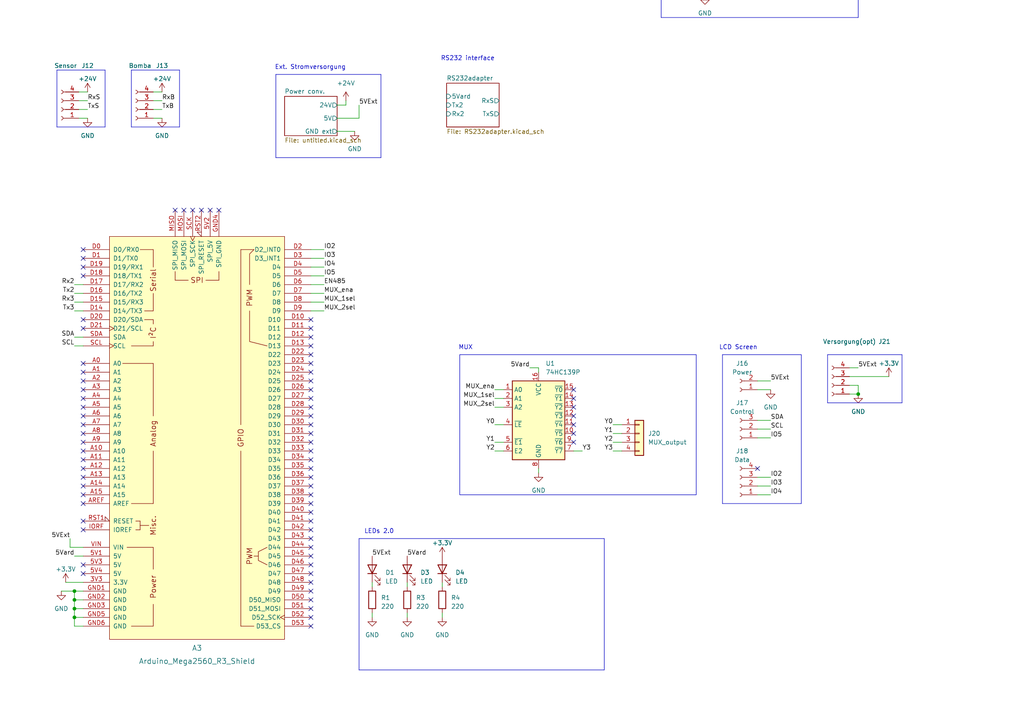
<source format=kicad_sch>
(kicad_sch (version 20230121) (generator eeschema)

  (uuid e63e39d7-6ac0-4ffd-8aa3-1841a4541b55)

  (paper "A4")

  (lib_symbols
    (symbol "74xx:74HC137" (in_bom yes) (on_board yes)
      (property "Reference" "U" (at -7.62 13.97 0)
        (effects (font (size 1.27 1.27)) (justify left bottom))
      )
      (property "Value" "74HC137" (at 2.54 -11.43 0)
        (effects (font (size 1.27 1.27)) (justify left top))
      )
      (property "Footprint" "" (at 0 0 0)
        (effects (font (size 1.27 1.27)) hide)
      )
      (property "Datasheet" "http://www.ti.com/lit/ds/symlink/cd74hc237.pdf" (at 0 0 0)
        (effects (font (size 1.27 1.27)) hide)
      )
      (property "ki_keywords" "demux" (at 0 0 0)
        (effects (font (size 1.27 1.27)) hide)
      )
      (property "ki_description" "3-to-8 line decoder/multiplexer with address latches, DIP-16/SOIC-16/SSOP-16" (at 0 0 0)
        (effects (font (size 1.27 1.27)) hide)
      )
      (property "ki_fp_filters" "DIP*W7.62mm* SOIC*3.9x9.9mm*P1.27mm* SSOP*5.3x6.2mm*P0.65mm*" (at 0 0 0)
        (effects (font (size 1.27 1.27)) hide)
      )
      (symbol "74HC137_0_1"
        (rectangle (start -7.62 12.7) (end 7.62 -10.16)
          (stroke (width 0.254) (type default))
          (fill (type background))
        )
      )
      (symbol "74HC137_1_1"
        (pin input line (at -10.16 10.16 0) (length 2.54)
          (name "A0" (effects (font (size 1.27 1.27))))
          (number "1" (effects (font (size 1.27 1.27))))
        )
        (pin output line (at 10.16 -2.54 180) (length 2.54)
          (name "~{Y5}" (effects (font (size 1.27 1.27))))
          (number "10" (effects (font (size 1.27 1.27))))
        )
        (pin output line (at 10.16 0 180) (length 2.54)
          (name "~{Y4}" (effects (font (size 1.27 1.27))))
          (number "11" (effects (font (size 1.27 1.27))))
        )
        (pin output line (at 10.16 2.54 180) (length 2.54)
          (name "~{Y3}" (effects (font (size 1.27 1.27))))
          (number "12" (effects (font (size 1.27 1.27))))
        )
        (pin output line (at 10.16 5.08 180) (length 2.54)
          (name "~{Y2}" (effects (font (size 1.27 1.27))))
          (number "13" (effects (font (size 1.27 1.27))))
        )
        (pin output line (at 10.16 7.62 180) (length 2.54)
          (name "~{Y1}" (effects (font (size 1.27 1.27))))
          (number "14" (effects (font (size 1.27 1.27))))
        )
        (pin output line (at 10.16 10.16 180) (length 2.54)
          (name "~{Y0}" (effects (font (size 1.27 1.27))))
          (number "15" (effects (font (size 1.27 1.27))))
        )
        (pin power_in line (at 0 15.24 270) (length 2.54)
          (name "VCC" (effects (font (size 1.27 1.27))))
          (number "16" (effects (font (size 1.27 1.27))))
        )
        (pin input line (at -10.16 7.62 0) (length 2.54)
          (name "A1" (effects (font (size 1.27 1.27))))
          (number "2" (effects (font (size 1.27 1.27))))
        )
        (pin input line (at -10.16 5.08 0) (length 2.54)
          (name "A2" (effects (font (size 1.27 1.27))))
          (number "3" (effects (font (size 1.27 1.27))))
        )
        (pin input line (at -10.16 0 0) (length 2.54)
          (name "~{LE}" (effects (font (size 1.27 1.27))))
          (number "4" (effects (font (size 1.27 1.27))))
        )
        (pin input line (at -10.16 -5.08 0) (length 2.54)
          (name "~{E1}" (effects (font (size 1.27 1.27))))
          (number "5" (effects (font (size 1.27 1.27))))
        )
        (pin input line (at -10.16 -7.62 0) (length 2.54)
          (name "E2" (effects (font (size 1.27 1.27))))
          (number "6" (effects (font (size 1.27 1.27))))
        )
        (pin output line (at 10.16 -7.62 180) (length 2.54)
          (name "~{Y7}" (effects (font (size 1.27 1.27))))
          (number "7" (effects (font (size 1.27 1.27))))
        )
        (pin power_in line (at 0 -12.7 90) (length 2.54)
          (name "GND" (effects (font (size 1.27 1.27))))
          (number "8" (effects (font (size 1.27 1.27))))
        )
        (pin output line (at 10.16 -5.08 180) (length 2.54)
          (name "~{Y6}" (effects (font (size 1.27 1.27))))
          (number "9" (effects (font (size 1.27 1.27))))
        )
      )
    )
    (symbol "Conn_01x04_Female_1" (pin_names (offset 1.016) hide) (in_bom yes) (on_board yes)
      (property "Reference" "J" (at 0 5.08 0)
        (effects (font (size 1.27 1.27)))
      )
      (property "Value" "Conn_01x04_Female_1" (at 0 -7.62 0)
        (effects (font (size 1.27 1.27)))
      )
      (property "Footprint" "" (at 0 0 0)
        (effects (font (size 1.27 1.27)) hide)
      )
      (property "Datasheet" "~" (at 0 0 0)
        (effects (font (size 1.27 1.27)) hide)
      )
      (property "ki_keywords" "connector" (at 0 0 0)
        (effects (font (size 1.27 1.27)) hide)
      )
      (property "ki_description" "Generic connector, single row, 01x04, script generated (kicad-library-utils/schlib/autogen/connector/)" (at 0 0 0)
        (effects (font (size 1.27 1.27)) hide)
      )
      (property "ki_fp_filters" "Connector*:*_1x??_*" (at 0 0 0)
        (effects (font (size 1.27 1.27)) hide)
      )
      (symbol "Conn_01x04_Female_1_1_1"
        (arc (start 0 -4.572) (mid -0.5058 -5.08) (end 0 -5.588)
          (stroke (width 0.1524) (type default))
          (fill (type none))
        )
        (arc (start 0 -2.032) (mid -0.5058 -2.54) (end 0 -3.048)
          (stroke (width 0.1524) (type default))
          (fill (type none))
        )
        (polyline
          (pts
            (xy -1.27 -5.08)
            (xy -0.508 -5.08)
          )
          (stroke (width 0.1524) (type default))
          (fill (type none))
        )
        (polyline
          (pts
            (xy -1.27 -2.54)
            (xy -0.508 -2.54)
          )
          (stroke (width 0.1524) (type default))
          (fill (type none))
        )
        (polyline
          (pts
            (xy -1.27 0)
            (xy -0.508 0)
          )
          (stroke (width 0.1524) (type default))
          (fill (type none))
        )
        (polyline
          (pts
            (xy -1.27 2.54)
            (xy -0.508 2.54)
          )
          (stroke (width 0.1524) (type default))
          (fill (type none))
        )
        (arc (start 0 0.508) (mid -0.5058 0) (end 0 -0.508)
          (stroke (width 0.1524) (type default))
          (fill (type none))
        )
        (arc (start 0 3.048) (mid -0.5058 2.54) (end 0 2.032)
          (stroke (width 0.1524) (type default))
          (fill (type none))
        )
        (pin passive line (at -5.08 2.54 0) (length 3.81)
          (name "Pin_1" (effects (font (size 1.27 1.27))))
          (number "1" (effects (font (size 1.27 1.27))))
        )
        (pin passive line (at -5.08 0 0) (length 3.81)
          (name "Pin_2" (effects (font (size 1.27 1.27))))
          (number "2" (effects (font (size 1.27 1.27))))
        )
        (pin passive line (at -5.08 -2.54 0) (length 3.81)
          (name "Pin_3" (effects (font (size 1.27 1.27))))
          (number "3" (effects (font (size 1.27 1.27))))
        )
        (pin passive line (at -5.08 -5.08 0) (length 3.81)
          (name "Pin_4" (effects (font (size 1.27 1.27))))
          (number "4" (effects (font (size 1.27 1.27))))
        )
      )
    )
    (symbol "Connector:Conn_01x02_Female" (pin_names (offset 1.016) hide) (in_bom yes) (on_board yes)
      (property "Reference" "J" (at 0 2.54 0)
        (effects (font (size 1.27 1.27)))
      )
      (property "Value" "Conn_01x02_Female" (at 0 -5.08 0)
        (effects (font (size 1.27 1.27)))
      )
      (property "Footprint" "" (at 0 0 0)
        (effects (font (size 1.27 1.27)) hide)
      )
      (property "Datasheet" "~" (at 0 0 0)
        (effects (font (size 1.27 1.27)) hide)
      )
      (property "ki_keywords" "connector" (at 0 0 0)
        (effects (font (size 1.27 1.27)) hide)
      )
      (property "ki_description" "Generic connector, single row, 01x02, script generated (kicad-library-utils/schlib/autogen/connector/)" (at 0 0 0)
        (effects (font (size 1.27 1.27)) hide)
      )
      (property "ki_fp_filters" "Connector*:*_1x??_*" (at 0 0 0)
        (effects (font (size 1.27 1.27)) hide)
      )
      (symbol "Conn_01x02_Female_1_1"
        (arc (start 0 -2.032) (mid -0.5058 -2.54) (end 0 -3.048)
          (stroke (width 0.1524) (type default))
          (fill (type none))
        )
        (polyline
          (pts
            (xy -1.27 -2.54)
            (xy -0.508 -2.54)
          )
          (stroke (width 0.1524) (type default))
          (fill (type none))
        )
        (polyline
          (pts
            (xy -1.27 0)
            (xy -0.508 0)
          )
          (stroke (width 0.1524) (type default))
          (fill (type none))
        )
        (arc (start 0 0.508) (mid -0.5058 0) (end 0 -0.508)
          (stroke (width 0.1524) (type default))
          (fill (type none))
        )
        (pin passive line (at -5.08 0 0) (length 3.81)
          (name "Pin_1" (effects (font (size 1.27 1.27))))
          (number "1" (effects (font (size 1.27 1.27))))
        )
        (pin passive line (at -5.08 -2.54 0) (length 3.81)
          (name "Pin_2" (effects (font (size 1.27 1.27))))
          (number "2" (effects (font (size 1.27 1.27))))
        )
      )
    )
    (symbol "Connector:Conn_01x03_Female" (pin_names (offset 1.016) hide) (in_bom yes) (on_board yes)
      (property "Reference" "J" (at 0 5.08 0)
        (effects (font (size 1.27 1.27)))
      )
      (property "Value" "Conn_01x03_Female" (at 0 -5.08 0)
        (effects (font (size 1.27 1.27)))
      )
      (property "Footprint" "" (at 0 0 0)
        (effects (font (size 1.27 1.27)) hide)
      )
      (property "Datasheet" "~" (at 0 0 0)
        (effects (font (size 1.27 1.27)) hide)
      )
      (property "ki_keywords" "connector" (at 0 0 0)
        (effects (font (size 1.27 1.27)) hide)
      )
      (property "ki_description" "Generic connector, single row, 01x03, script generated (kicad-library-utils/schlib/autogen/connector/)" (at 0 0 0)
        (effects (font (size 1.27 1.27)) hide)
      )
      (property "ki_fp_filters" "Connector*:*_1x??_*" (at 0 0 0)
        (effects (font (size 1.27 1.27)) hide)
      )
      (symbol "Conn_01x03_Female_1_1"
        (arc (start 0 -2.032) (mid -0.5058 -2.54) (end 0 -3.048)
          (stroke (width 0.1524) (type default))
          (fill (type none))
        )
        (polyline
          (pts
            (xy -1.27 -2.54)
            (xy -0.508 -2.54)
          )
          (stroke (width 0.1524) (type default))
          (fill (type none))
        )
        (polyline
          (pts
            (xy -1.27 0)
            (xy -0.508 0)
          )
          (stroke (width 0.1524) (type default))
          (fill (type none))
        )
        (polyline
          (pts
            (xy -1.27 2.54)
            (xy -0.508 2.54)
          )
          (stroke (width 0.1524) (type default))
          (fill (type none))
        )
        (arc (start 0 0.508) (mid -0.5058 0) (end 0 -0.508)
          (stroke (width 0.1524) (type default))
          (fill (type none))
        )
        (arc (start 0 3.048) (mid -0.5058 2.54) (end 0 2.032)
          (stroke (width 0.1524) (type default))
          (fill (type none))
        )
        (pin passive line (at -5.08 2.54 0) (length 3.81)
          (name "Pin_1" (effects (font (size 1.27 1.27))))
          (number "1" (effects (font (size 1.27 1.27))))
        )
        (pin passive line (at -5.08 0 0) (length 3.81)
          (name "Pin_2" (effects (font (size 1.27 1.27))))
          (number "2" (effects (font (size 1.27 1.27))))
        )
        (pin passive line (at -5.08 -2.54 0) (length 3.81)
          (name "Pin_3" (effects (font (size 1.27 1.27))))
          (number "3" (effects (font (size 1.27 1.27))))
        )
      )
    )
    (symbol "Connector:Conn_01x04_Female" (pin_names (offset 1.016) hide) (in_bom yes) (on_board yes)
      (property "Reference" "J" (at 0 5.08 0)
        (effects (font (size 1.27 1.27)))
      )
      (property "Value" "Conn_01x04_Female" (at 0 -7.62 0)
        (effects (font (size 1.27 1.27)))
      )
      (property "Footprint" "" (at 0 0 0)
        (effects (font (size 1.27 1.27)) hide)
      )
      (property "Datasheet" "~" (at 0 0 0)
        (effects (font (size 1.27 1.27)) hide)
      )
      (property "ki_keywords" "connector" (at 0 0 0)
        (effects (font (size 1.27 1.27)) hide)
      )
      (property "ki_description" "Generic connector, single row, 01x04, script generated (kicad-library-utils/schlib/autogen/connector/)" (at 0 0 0)
        (effects (font (size 1.27 1.27)) hide)
      )
      (property "ki_fp_filters" "Connector*:*_1x??_*" (at 0 0 0)
        (effects (font (size 1.27 1.27)) hide)
      )
      (symbol "Conn_01x04_Female_1_1"
        (arc (start 0 -4.572) (mid -0.5058 -5.08) (end 0 -5.588)
          (stroke (width 0.1524) (type default))
          (fill (type none))
        )
        (arc (start 0 -2.032) (mid -0.5058 -2.54) (end 0 -3.048)
          (stroke (width 0.1524) (type default))
          (fill (type none))
        )
        (polyline
          (pts
            (xy -1.27 -5.08)
            (xy -0.508 -5.08)
          )
          (stroke (width 0.1524) (type default))
          (fill (type none))
        )
        (polyline
          (pts
            (xy -1.27 -2.54)
            (xy -0.508 -2.54)
          )
          (stroke (width 0.1524) (type default))
          (fill (type none))
        )
        (polyline
          (pts
            (xy -1.27 0)
            (xy -0.508 0)
          )
          (stroke (width 0.1524) (type default))
          (fill (type none))
        )
        (polyline
          (pts
            (xy -1.27 2.54)
            (xy -0.508 2.54)
          )
          (stroke (width 0.1524) (type default))
          (fill (type none))
        )
        (arc (start 0 0.508) (mid -0.5058 0) (end 0 -0.508)
          (stroke (width 0.1524) (type default))
          (fill (type none))
        )
        (arc (start 0 3.048) (mid -0.5058 2.54) (end 0 2.032)
          (stroke (width 0.1524) (type default))
          (fill (type none))
        )
        (pin passive line (at -5.08 2.54 0) (length 3.81)
          (name "Pin_1" (effects (font (size 1.27 1.27))))
          (number "1" (effects (font (size 1.27 1.27))))
        )
        (pin passive line (at -5.08 0 0) (length 3.81)
          (name "Pin_2" (effects (font (size 1.27 1.27))))
          (number "2" (effects (font (size 1.27 1.27))))
        )
        (pin passive line (at -5.08 -2.54 0) (length 3.81)
          (name "Pin_3" (effects (font (size 1.27 1.27))))
          (number "3" (effects (font (size 1.27 1.27))))
        )
        (pin passive line (at -5.08 -5.08 0) (length 3.81)
          (name "Pin_4" (effects (font (size 1.27 1.27))))
          (number "4" (effects (font (size 1.27 1.27))))
        )
      )
    )
    (symbol "Connector_Generic:Conn_01x02" (pin_names (offset 1.016) hide) (in_bom yes) (on_board yes)
      (property "Reference" "J" (at 0 2.54 0)
        (effects (font (size 1.27 1.27)))
      )
      (property "Value" "Conn_01x02" (at 0 -5.08 0)
        (effects (font (size 1.27 1.27)))
      )
      (property "Footprint" "" (at 0 0 0)
        (effects (font (size 1.27 1.27)) hide)
      )
      (property "Datasheet" "~" (at 0 0 0)
        (effects (font (size 1.27 1.27)) hide)
      )
      (property "ki_keywords" "connector" (at 0 0 0)
        (effects (font (size 1.27 1.27)) hide)
      )
      (property "ki_description" "Generic connector, single row, 01x02, script generated (kicad-library-utils/schlib/autogen/connector/)" (at 0 0 0)
        (effects (font (size 1.27 1.27)) hide)
      )
      (property "ki_fp_filters" "Connector*:*_1x??_*" (at 0 0 0)
        (effects (font (size 1.27 1.27)) hide)
      )
      (symbol "Conn_01x02_1_1"
        (rectangle (start -1.27 -2.413) (end 0 -2.667)
          (stroke (width 0.1524) (type default))
          (fill (type none))
        )
        (rectangle (start -1.27 0.127) (end 0 -0.127)
          (stroke (width 0.1524) (type default))
          (fill (type none))
        )
        (rectangle (start -1.27 1.27) (end 1.27 -3.81)
          (stroke (width 0.254) (type default))
          (fill (type background))
        )
        (pin passive line (at -5.08 0 0) (length 3.81)
          (name "Pin_1" (effects (font (size 1.27 1.27))))
          (number "1" (effects (font (size 1.27 1.27))))
        )
        (pin passive line (at -5.08 -2.54 0) (length 3.81)
          (name "Pin_2" (effects (font (size 1.27 1.27))))
          (number "2" (effects (font (size 1.27 1.27))))
        )
      )
    )
    (symbol "Connector_Generic:Conn_01x04" (pin_names (offset 1.016) hide) (in_bom yes) (on_board yes)
      (property "Reference" "J" (at 0 5.08 0)
        (effects (font (size 1.27 1.27)))
      )
      (property "Value" "Conn_01x04" (at 0 -7.62 0)
        (effects (font (size 1.27 1.27)))
      )
      (property "Footprint" "" (at 0 0 0)
        (effects (font (size 1.27 1.27)) hide)
      )
      (property "Datasheet" "~" (at 0 0 0)
        (effects (font (size 1.27 1.27)) hide)
      )
      (property "ki_keywords" "connector" (at 0 0 0)
        (effects (font (size 1.27 1.27)) hide)
      )
      (property "ki_description" "Generic connector, single row, 01x04, script generated (kicad-library-utils/schlib/autogen/connector/)" (at 0 0 0)
        (effects (font (size 1.27 1.27)) hide)
      )
      (property "ki_fp_filters" "Connector*:*_1x??_*" (at 0 0 0)
        (effects (font (size 1.27 1.27)) hide)
      )
      (symbol "Conn_01x04_1_1"
        (rectangle (start -1.27 -4.953) (end 0 -5.207)
          (stroke (width 0.1524) (type default))
          (fill (type none))
        )
        (rectangle (start -1.27 -2.413) (end 0 -2.667)
          (stroke (width 0.1524) (type default))
          (fill (type none))
        )
        (rectangle (start -1.27 0.127) (end 0 -0.127)
          (stroke (width 0.1524) (type default))
          (fill (type none))
        )
        (rectangle (start -1.27 2.667) (end 0 2.413)
          (stroke (width 0.1524) (type default))
          (fill (type none))
        )
        (rectangle (start -1.27 3.81) (end 1.27 -6.35)
          (stroke (width 0.254) (type default))
          (fill (type background))
        )
        (pin passive line (at -5.08 2.54 0) (length 3.81)
          (name "Pin_1" (effects (font (size 1.27 1.27))))
          (number "1" (effects (font (size 1.27 1.27))))
        )
        (pin passive line (at -5.08 0 0) (length 3.81)
          (name "Pin_2" (effects (font (size 1.27 1.27))))
          (number "2" (effects (font (size 1.27 1.27))))
        )
        (pin passive line (at -5.08 -2.54 0) (length 3.81)
          (name "Pin_3" (effects (font (size 1.27 1.27))))
          (number "3" (effects (font (size 1.27 1.27))))
        )
        (pin passive line (at -5.08 -5.08 0) (length 3.81)
          (name "Pin_4" (effects (font (size 1.27 1.27))))
          (number "4" (effects (font (size 1.27 1.27))))
        )
      )
    )
    (symbol "Device:LED" (pin_numbers hide) (pin_names (offset 1.016) hide) (in_bom yes) (on_board yes)
      (property "Reference" "D" (at 0 2.54 0)
        (effects (font (size 1.27 1.27)))
      )
      (property "Value" "LED" (at 0 -2.54 0)
        (effects (font (size 1.27 1.27)))
      )
      (property "Footprint" "" (at 0 0 0)
        (effects (font (size 1.27 1.27)) hide)
      )
      (property "Datasheet" "~" (at 0 0 0)
        (effects (font (size 1.27 1.27)) hide)
      )
      (property "ki_keywords" "LED diode" (at 0 0 0)
        (effects (font (size 1.27 1.27)) hide)
      )
      (property "ki_description" "Light emitting diode" (at 0 0 0)
        (effects (font (size 1.27 1.27)) hide)
      )
      (property "ki_fp_filters" "LED* LED_SMD:* LED_THT:*" (at 0 0 0)
        (effects (font (size 1.27 1.27)) hide)
      )
      (symbol "LED_0_1"
        (polyline
          (pts
            (xy -1.27 -1.27)
            (xy -1.27 1.27)
          )
          (stroke (width 0.254) (type default))
          (fill (type none))
        )
        (polyline
          (pts
            (xy -1.27 0)
            (xy 1.27 0)
          )
          (stroke (width 0) (type default))
          (fill (type none))
        )
        (polyline
          (pts
            (xy 1.27 -1.27)
            (xy 1.27 1.27)
            (xy -1.27 0)
            (xy 1.27 -1.27)
          )
          (stroke (width 0.254) (type default))
          (fill (type none))
        )
        (polyline
          (pts
            (xy -3.048 -0.762)
            (xy -4.572 -2.286)
            (xy -3.81 -2.286)
            (xy -4.572 -2.286)
            (xy -4.572 -1.524)
          )
          (stroke (width 0) (type default))
          (fill (type none))
        )
        (polyline
          (pts
            (xy -1.778 -0.762)
            (xy -3.302 -2.286)
            (xy -2.54 -2.286)
            (xy -3.302 -2.286)
            (xy -3.302 -1.524)
          )
          (stroke (width 0) (type default))
          (fill (type none))
        )
      )
      (symbol "LED_1_1"
        (pin passive line (at -3.81 0 0) (length 2.54)
          (name "K" (effects (font (size 1.27 1.27))))
          (number "1" (effects (font (size 1.27 1.27))))
        )
        (pin passive line (at 3.81 0 180) (length 2.54)
          (name "A" (effects (font (size 1.27 1.27))))
          (number "2" (effects (font (size 1.27 1.27))))
        )
      )
    )
    (symbol "Device:R" (pin_numbers hide) (pin_names (offset 0)) (in_bom yes) (on_board yes)
      (property "Reference" "R" (at 2.032 0 90)
        (effects (font (size 1.27 1.27)))
      )
      (property "Value" "R" (at 0 0 90)
        (effects (font (size 1.27 1.27)))
      )
      (property "Footprint" "" (at -1.778 0 90)
        (effects (font (size 1.27 1.27)) hide)
      )
      (property "Datasheet" "~" (at 0 0 0)
        (effects (font (size 1.27 1.27)) hide)
      )
      (property "ki_keywords" "R res resistor" (at 0 0 0)
        (effects (font (size 1.27 1.27)) hide)
      )
      (property "ki_description" "Resistor" (at 0 0 0)
        (effects (font (size 1.27 1.27)) hide)
      )
      (property "ki_fp_filters" "R_*" (at 0 0 0)
        (effects (font (size 1.27 1.27)) hide)
      )
      (symbol "R_0_1"
        (rectangle (start -1.016 -2.54) (end 1.016 2.54)
          (stroke (width 0.254) (type default))
          (fill (type none))
        )
      )
      (symbol "R_1_1"
        (pin passive line (at 0 3.81 270) (length 1.27)
          (name "~" (effects (font (size 1.27 1.27))))
          (number "1" (effects (font (size 1.27 1.27))))
        )
        (pin passive line (at 0 -3.81 90) (length 1.27)
          (name "~" (effects (font (size 1.27 1.27))))
          (number "2" (effects (font (size 1.27 1.27))))
        )
      )
    )
    (symbol "MCU_Module:Arduino_UNO_R2" (in_bom yes) (on_board yes)
      (property "Reference" "A" (at -10.16 23.495 0)
        (effects (font (size 1.27 1.27)) (justify left bottom))
      )
      (property "Value" "Arduino_UNO_R2" (at 5.08 -26.67 0)
        (effects (font (size 1.27 1.27)) (justify left top))
      )
      (property "Footprint" "Module:Arduino_UNO_R2" (at 0 0 0)
        (effects (font (size 1.27 1.27) italic) hide)
      )
      (property "Datasheet" "https://www.arduino.cc/en/Main/arduinoBoardUno" (at 0 0 0)
        (effects (font (size 1.27 1.27)) hide)
      )
      (property "ki_keywords" "Arduino UNO R3 Microcontroller Module Atmel AVR USB" (at 0 0 0)
        (effects (font (size 1.27 1.27)) hide)
      )
      (property "ki_description" "Arduino UNO Microcontroller Module, release 2" (at 0 0 0)
        (effects (font (size 1.27 1.27)) hide)
      )
      (property "ki_fp_filters" "Arduino*UNO*R2*" (at 0 0 0)
        (effects (font (size 1.27 1.27)) hide)
      )
      (symbol "Arduino_UNO_R2_0_1"
        (rectangle (start -10.16 22.86) (end 10.16 -25.4)
          (stroke (width 0.254) (type default))
          (fill (type background))
        )
      )
      (symbol "Arduino_UNO_R2_1_1"
        (pin no_connect line (at -10.16 -20.32 0) (length 2.54) hide
          (name "NC" (effects (font (size 1.27 1.27))))
          (number "1" (effects (font (size 1.27 1.27))))
        )
        (pin bidirectional line (at 12.7 -2.54 180) (length 2.54)
          (name "A1" (effects (font (size 1.27 1.27))))
          (number "10" (effects (font (size 1.27 1.27))))
        )
        (pin bidirectional line (at 12.7 -5.08 180) (length 2.54)
          (name "A2" (effects (font (size 1.27 1.27))))
          (number "11" (effects (font (size 1.27 1.27))))
        )
        (pin bidirectional line (at 12.7 -7.62 180) (length 2.54)
          (name "A3" (effects (font (size 1.27 1.27))))
          (number "12" (effects (font (size 1.27 1.27))))
        )
        (pin bidirectional line (at 12.7 -10.16 180) (length 2.54)
          (name "SDA/A4" (effects (font (size 1.27 1.27))))
          (number "13" (effects (font (size 1.27 1.27))))
        )
        (pin bidirectional line (at 12.7 -12.7 180) (length 2.54)
          (name "SCL/A5" (effects (font (size 1.27 1.27))))
          (number "14" (effects (font (size 1.27 1.27))))
        )
        (pin bidirectional line (at -12.7 15.24 0) (length 2.54)
          (name "D0/RX" (effects (font (size 1.27 1.27))))
          (number "15" (effects (font (size 1.27 1.27))))
        )
        (pin bidirectional line (at -12.7 12.7 0) (length 2.54)
          (name "D1/TX" (effects (font (size 1.27 1.27))))
          (number "16" (effects (font (size 1.27 1.27))))
        )
        (pin bidirectional line (at -12.7 10.16 0) (length 2.54)
          (name "D2" (effects (font (size 1.27 1.27))))
          (number "17" (effects (font (size 1.27 1.27))))
        )
        (pin bidirectional line (at -12.7 7.62 0) (length 2.54)
          (name "D3" (effects (font (size 1.27 1.27))))
          (number "18" (effects (font (size 1.27 1.27))))
        )
        (pin bidirectional line (at -12.7 5.08 0) (length 2.54)
          (name "D4" (effects (font (size 1.27 1.27))))
          (number "19" (effects (font (size 1.27 1.27))))
        )
        (pin output line (at 12.7 10.16 180) (length 2.54)
          (name "IOREF" (effects (font (size 1.27 1.27))))
          (number "2" (effects (font (size 1.27 1.27))))
        )
        (pin bidirectional line (at -12.7 2.54 0) (length 2.54)
          (name "D5" (effects (font (size 1.27 1.27))))
          (number "20" (effects (font (size 1.27 1.27))))
        )
        (pin bidirectional line (at -12.7 0 0) (length 2.54)
          (name "D6" (effects (font (size 1.27 1.27))))
          (number "21" (effects (font (size 1.27 1.27))))
        )
        (pin bidirectional line (at -12.7 -2.54 0) (length 2.54)
          (name "D7" (effects (font (size 1.27 1.27))))
          (number "22" (effects (font (size 1.27 1.27))))
        )
        (pin bidirectional line (at -12.7 -5.08 0) (length 2.54)
          (name "D8" (effects (font (size 1.27 1.27))))
          (number "23" (effects (font (size 1.27 1.27))))
        )
        (pin bidirectional line (at -12.7 -7.62 0) (length 2.54)
          (name "D9" (effects (font (size 1.27 1.27))))
          (number "24" (effects (font (size 1.27 1.27))))
        )
        (pin bidirectional line (at -12.7 -10.16 0) (length 2.54)
          (name "D10" (effects (font (size 1.27 1.27))))
          (number "25" (effects (font (size 1.27 1.27))))
        )
        (pin bidirectional line (at -12.7 -12.7 0) (length 2.54)
          (name "D11" (effects (font (size 1.27 1.27))))
          (number "26" (effects (font (size 1.27 1.27))))
        )
        (pin bidirectional line (at -12.7 -15.24 0) (length 2.54)
          (name "D12" (effects (font (size 1.27 1.27))))
          (number "27" (effects (font (size 1.27 1.27))))
        )
        (pin bidirectional line (at -12.7 -17.78 0) (length 2.54)
          (name "D13" (effects (font (size 1.27 1.27))))
          (number "28" (effects (font (size 1.27 1.27))))
        )
        (pin power_in line (at -2.54 -27.94 90) (length 2.54)
          (name "GND" (effects (font (size 1.27 1.27))))
          (number "29" (effects (font (size 1.27 1.27))))
        )
        (pin input line (at 12.7 15.24 180) (length 2.54)
          (name "~{RESET}" (effects (font (size 1.27 1.27))))
          (number "3" (effects (font (size 1.27 1.27))))
        )
        (pin input line (at 12.7 5.08 180) (length 2.54)
          (name "AREF" (effects (font (size 1.27 1.27))))
          (number "30" (effects (font (size 1.27 1.27))))
        )
        (pin power_out line (at 2.54 25.4 270) (length 2.54)
          (name "3V3" (effects (font (size 1.27 1.27))))
          (number "4" (effects (font (size 1.27 1.27))))
        )
        (pin power_out line (at 5.08 25.4 270) (length 2.54)
          (name "+5V" (effects (font (size 1.27 1.27))))
          (number "5" (effects (font (size 1.27 1.27))))
        )
        (pin power_in line (at 0 -27.94 90) (length 2.54)
          (name "GND" (effects (font (size 1.27 1.27))))
          (number "6" (effects (font (size 1.27 1.27))))
        )
        (pin power_in line (at 2.54 -27.94 90) (length 2.54)
          (name "GND" (effects (font (size 1.27 1.27))))
          (number "7" (effects (font (size 1.27 1.27))))
        )
        (pin power_in line (at -2.54 25.4 270) (length 2.54)
          (name "VIN" (effects (font (size 1.27 1.27))))
          (number "8" (effects (font (size 1.27 1.27))))
        )
        (pin bidirectional line (at 12.7 0 180) (length 2.54)
          (name "A0" (effects (font (size 1.27 1.27))))
          (number "9" (effects (font (size 1.27 1.27))))
        )
      )
    )
    (symbol "arduino-library:Arduino_Mega2560_R3_Shield" (pin_names (offset 1.016)) (in_bom yes) (on_board yes)
      (property "Reference" "A3" (at 0 -60.96 0)
        (effects (font (size 1.524 1.524)))
      )
      (property "Value" "Arduino_Mega2560_R3_Shield" (at 0 -64.77 0)
        (effects (font (size 1.524 1.524)))
      )
      (property "Footprint" "Arduino:Footprint_Mega2560_Pro_Socket" (at 0 -73.66 0)
        (effects (font (size 1.524 1.524)) hide)
      )
      (property "Datasheet" "https://docs.arduino.cc/hardware/mega-2560" (at 0 -69.85 0)
        (effects (font (size 1.524 1.524)) hide)
      )
      (property "ki_keywords" "Arduino MPU Shield" (at 0 0 0)
        (effects (font (size 1.27 1.27)) hide)
      )
      (property "ki_description" "Shield for Arduino Mega 2560 R3" (at 0 0 0)
        (effects (font (size 1.27 1.27)) hide)
      )
      (property "ki_fp_filters" "Arduino_Mega2560_R3_Shield" (at 0 0 0)
        (effects (font (size 1.27 1.27)) hide)
      )
      (symbol "Arduino_Mega2560_R3_Shield_0_0"
        (rectangle (start -25.4 -58.42) (end 25.4 58.42)
          (stroke (width 0) (type default))
          (fill (type background))
        )
        (rectangle (start -20.32 -31.75) (end -12.7 -31.75)
          (stroke (width 0) (type default))
          (fill (type none))
        )
        (rectangle (start -19.05 -54.61) (end -12.7 -54.61)
          (stroke (width 0) (type default))
          (fill (type none))
        )
        (rectangle (start -19.05 -19.05) (end -12.7 -19.05)
          (stroke (width 0) (type default))
          (fill (type none))
        )
        (rectangle (start -19.05 26.67) (end -12.7 26.67)
          (stroke (width 0) (type default))
          (fill (type none))
        )
        (rectangle (start -17.78 -26.67) (end -16.51 -26.67)
          (stroke (width 0) (type default))
          (fill (type none))
        )
        (rectangle (start -17.78 -24.13) (end -16.51 -24.13)
          (stroke (width 0) (type default))
          (fill (type none))
        )
        (rectangle (start -16.51 -25.4) (end -13.97 -25.4)
          (stroke (width 0) (type default))
          (fill (type none))
        )
        (rectangle (start -16.51 -24.13) (end -16.51 -26.67)
          (stroke (width 0) (type default))
          (fill (type none))
        )
        (rectangle (start -16.51 54.61) (end -12.7 54.61)
          (stroke (width 0) (type default))
          (fill (type none))
        )
        (rectangle (start -15.24 34.29) (end -12.7 34.29)
          (stroke (width 0) (type default))
          (fill (type none))
        )
        (rectangle (start -15.24 36.83) (end -12.7 36.83)
          (stroke (width 0) (type default))
          (fill (type none))
        )
        (rectangle (start -12.7 -54.61) (end -12.7 -48.26)
          (stroke (width 0) (type default))
          (fill (type none))
        )
        (rectangle (start -12.7 -31.75) (end -12.7 -38.1)
          (stroke (width 0) (type default))
          (fill (type none))
        )
        (rectangle (start -12.7 26.67) (end -12.7 27.94)
          (stroke (width 0) (type default))
          (fill (type none))
        )
        (rectangle (start -12.7 34.29) (end -12.7 33.02)
          (stroke (width 0) (type default))
          (fill (type none))
        )
        (rectangle (start -12.7 41.91) (end -12.7 36.83)
          (stroke (width 0) (type default))
          (fill (type none))
        )
        (rectangle (start -12.7 49.53) (end -12.7 54.61)
          (stroke (width 0) (type default))
          (fill (type none))
        )
        (rectangle (start -6.35 48.26) (end -6.35 45.72)
          (stroke (width 0) (type default))
          (fill (type none))
        )
        (rectangle (start -2.54 45.72) (end -6.35 45.72)
          (stroke (width 0) (type default))
          (fill (type none))
        )
        (polyline
          (pts
            (xy -21.59 21.59)
            (xy -12.7 21.59)
          )
          (stroke (width 0) (type default))
          (fill (type none))
        )
        (polyline
          (pts
            (xy -12.7 -19.05)
            (xy -12.7 -3.81)
          )
          (stroke (width 0) (type default))
          (fill (type none))
        )
        (polyline
          (pts
            (xy -12.7 6.35)
            (xy -12.7 21.59)
          )
          (stroke (width 0) (type default))
          (fill (type none))
        )
        (polyline
          (pts
            (xy 12.7 -54.61)
            (xy 16.51 -54.61)
          )
          (stroke (width 0) (type default))
          (fill (type none))
        )
        (polyline
          (pts
            (xy 12.7 54.61)
            (xy 16.51 54.61)
          )
          (stroke (width 0) (type default))
          (fill (type none))
        )
        (polyline
          (pts
            (xy 17.78 -34.29)
            (xy 16.51 -34.29)
          )
          (stroke (width 0) (type default))
          (fill (type none))
        )
        (polyline
          (pts
            (xy 15.24 36.83)
            (xy 15.24 27.94)
            (xy 20.32 26.67)
          )
          (stroke (width 0) (type default))
          (fill (type none))
        )
        (polyline
          (pts
            (xy 15.24 44.45)
            (xy 15.24 53.34)
            (xy 16.51 54.61)
          )
          (stroke (width 0) (type default))
          (fill (type none))
        )
        (polyline
          (pts
            (xy 20.32 -31.75)
            (xy 17.78 -33.02)
            (xy 17.78 -35.56)
            (xy 20.32 -36.83)
          )
          (stroke (width 0) (type default))
          (fill (type none))
        )
        (rectangle (start 6.35 45.72) (end 2.54 45.72)
          (stroke (width 0) (type default))
          (fill (type none))
        )
        (rectangle (start 6.35 48.26) (end 6.35 45.72)
          (stroke (width 0) (type default))
          (fill (type none))
        )
        (text "Analog" (at -12.7 1.27 900)
          (effects (font (size 1.524 1.524)))
        )
        (text "I²C" (at -12.7 30.48 900)
          (effects (font (size 1.524 1.524)))
        )
        (text "Misc." (at -12.7 -25.4 900)
          (effects (font (size 1.524 1.524)))
        )
        (text "Power" (at -12.7 -43.18 900)
          (effects (font (size 1.524 1.524)))
        )
        (text "PWM" (at 15.24 -34.29 900)
          (effects (font (size 1.524 1.524)))
        )
        (text "PWM" (at 15.24 40.64 900)
          (effects (font (size 1.524 1.524)))
        )
        (text "Serial" (at -12.7 45.72 900)
          (effects (font (size 1.524 1.524)))
        )
        (text "SPI" (at 0 45.72 0)
          (effects (font (size 1.524 1.524)))
        )
      )
      (symbol "Arduino_Mega2560_R3_Shield_1_0"
        (rectangle (start 12.7 -54.61) (end 12.7 -3.81)
          (stroke (width 0) (type default))
          (fill (type none))
        )
        (rectangle (start 12.7 54.61) (end 12.7 3.81)
          (stroke (width 0) (type default))
          (fill (type none))
        )
        (text "GPIO" (at 12.7 0 900)
          (effects (font (size 1.524 1.524)))
        )
      )
      (symbol "Arduino_Mega2560_R3_Shield_1_1"
        (pin power_out line (at -33.02 -41.91 0) (length 7.62)
          (name "3.3V" (effects (font (size 1.27 1.27))))
          (number "3V3" (effects (font (size 1.27 1.27))))
        )
        (pin power_out line (at -33.02 -34.29 0) (length 7.62)
          (name "5V" (effects (font (size 1.27 1.27))))
          (number "5V1" (effects (font (size 1.27 1.27))))
        )
        (pin power_in line (at 3.81 66.04 270) (length 7.62)
          (name "SPI_5V" (effects (font (size 1.27 1.27))))
          (number "5V2" (effects (font (size 1.27 1.27))))
        )
        (pin bidirectional line (at -33.02 -36.83 0) (length 7.62)
          (name "5V" (effects (font (size 1.27 1.27))))
          (number "5V3" (effects (font (size 1.27 1.27))))
        )
        (pin bidirectional line (at -33.02 -39.37 0) (length 7.62)
          (name "5V" (effects (font (size 1.27 1.27))))
          (number "5V4" (effects (font (size 1.27 1.27))))
        )
        (pin bidirectional line (at -33.02 21.59 0) (length 7.62)
          (name "A0" (effects (font (size 1.27 1.27))))
          (number "A0" (effects (font (size 1.27 1.27))))
        )
        (pin bidirectional line (at -33.02 19.05 0) (length 7.62)
          (name "A1" (effects (font (size 1.27 1.27))))
          (number "A1" (effects (font (size 1.27 1.27))))
        )
        (pin bidirectional line (at -33.02 -3.81 0) (length 7.62)
          (name "A10" (effects (font (size 1.27 1.27))))
          (number "A10" (effects (font (size 1.27 1.27))))
        )
        (pin bidirectional line (at -33.02 -6.35 0) (length 7.62)
          (name "A11" (effects (font (size 1.27 1.27))))
          (number "A11" (effects (font (size 1.27 1.27))))
        )
        (pin bidirectional line (at -33.02 -8.89 0) (length 7.62)
          (name "A12" (effects (font (size 1.27 1.27))))
          (number "A12" (effects (font (size 1.27 1.27))))
        )
        (pin bidirectional line (at -33.02 -11.43 0) (length 7.62)
          (name "A13" (effects (font (size 1.27 1.27))))
          (number "A13" (effects (font (size 1.27 1.27))))
        )
        (pin bidirectional line (at -33.02 -13.97 0) (length 7.62)
          (name "A14" (effects (font (size 1.27 1.27))))
          (number "A14" (effects (font (size 1.27 1.27))))
        )
        (pin bidirectional line (at -33.02 -16.51 0) (length 7.62)
          (name "A15" (effects (font (size 1.27 1.27))))
          (number "A15" (effects (font (size 1.27 1.27))))
        )
        (pin bidirectional line (at -33.02 16.51 0) (length 7.62)
          (name "A2" (effects (font (size 1.27 1.27))))
          (number "A2" (effects (font (size 1.27 1.27))))
        )
        (pin bidirectional line (at -33.02 13.97 0) (length 7.62)
          (name "A3" (effects (font (size 1.27 1.27))))
          (number "A3" (effects (font (size 1.27 1.27))))
        )
        (pin bidirectional line (at -33.02 11.43 0) (length 7.62)
          (name "A4" (effects (font (size 1.27 1.27))))
          (number "A4" (effects (font (size 1.27 1.27))))
        )
        (pin bidirectional line (at -33.02 8.89 0) (length 7.62)
          (name "A5" (effects (font (size 1.27 1.27))))
          (number "A5" (effects (font (size 1.27 1.27))))
        )
        (pin bidirectional line (at -33.02 6.35 0) (length 7.62)
          (name "A6" (effects (font (size 1.27 1.27))))
          (number "A6" (effects (font (size 1.27 1.27))))
        )
        (pin bidirectional line (at -33.02 3.81 0) (length 7.62)
          (name "A7" (effects (font (size 1.27 1.27))))
          (number "A7" (effects (font (size 1.27 1.27))))
        )
        (pin bidirectional line (at -33.02 1.27 0) (length 7.62)
          (name "A8" (effects (font (size 1.27 1.27))))
          (number "A8" (effects (font (size 1.27 1.27))))
        )
        (pin bidirectional line (at -33.02 -1.27 0) (length 7.62)
          (name "A9" (effects (font (size 1.27 1.27))))
          (number "A9" (effects (font (size 1.27 1.27))))
        )
        (pin input line (at -33.02 -19.05 0) (length 7.62)
          (name "AREF" (effects (font (size 1.27 1.27))))
          (number "AREF" (effects (font (size 1.27 1.27))))
        )
        (pin bidirectional line (at -33.02 54.61 0) (length 7.62)
          (name "D0/RX0" (effects (font (size 1.27 1.27))))
          (number "D0" (effects (font (size 1.27 1.27))))
        )
        (pin bidirectional line (at -33.02 52.07 0) (length 7.62)
          (name "D1/TX0" (effects (font (size 1.27 1.27))))
          (number "D1" (effects (font (size 1.27 1.27))))
        )
        (pin bidirectional line (at 33.02 34.29 180) (length 7.62)
          (name "D10" (effects (font (size 1.27 1.27))))
          (number "D10" (effects (font (size 1.27 1.27))))
        )
        (pin bidirectional line (at 33.02 31.75 180) (length 7.62)
          (name "D11" (effects (font (size 1.27 1.27))))
          (number "D11" (effects (font (size 1.27 1.27))))
        )
        (pin bidirectional line (at 33.02 29.21 180) (length 7.62)
          (name "D12" (effects (font (size 1.27 1.27))))
          (number "D12" (effects (font (size 1.27 1.27))))
        )
        (pin bidirectional line (at 33.02 26.67 180) (length 7.62)
          (name "D13" (effects (font (size 1.27 1.27))))
          (number "D13" (effects (font (size 1.27 1.27))))
        )
        (pin bidirectional line (at -33.02 36.83 0) (length 7.62)
          (name "D14/TX3" (effects (font (size 1.27 1.27))))
          (number "D14" (effects (font (size 1.27 1.27))))
        )
        (pin bidirectional line (at -33.02 39.37 0) (length 7.62)
          (name "D15/RX3" (effects (font (size 1.27 1.27))))
          (number "D15" (effects (font (size 1.27 1.27))))
        )
        (pin bidirectional line (at -33.02 41.91 0) (length 7.62)
          (name "D16/TX2" (effects (font (size 1.27 1.27))))
          (number "D16" (effects (font (size 1.27 1.27))))
        )
        (pin bidirectional line (at -33.02 44.45 0) (length 7.62)
          (name "D17/RX2" (effects (font (size 1.27 1.27))))
          (number "D17" (effects (font (size 1.27 1.27))))
        )
        (pin bidirectional line (at -33.02 46.99 0) (length 7.62)
          (name "D18/TX1" (effects (font (size 1.27 1.27))))
          (number "D18" (effects (font (size 1.27 1.27))))
        )
        (pin bidirectional line (at -33.02 49.53 0) (length 7.62)
          (name "D19/RX1" (effects (font (size 1.27 1.27))))
          (number "D19" (effects (font (size 1.27 1.27))))
        )
        (pin bidirectional line (at 33.02 54.61 180) (length 7.62)
          (name "D2_INT0" (effects (font (size 1.27 1.27))))
          (number "D2" (effects (font (size 1.27 1.27))))
        )
        (pin bidirectional line (at -33.02 34.29 0) (length 7.62)
          (name "D20/SDA" (effects (font (size 1.27 1.27))))
          (number "D20" (effects (font (size 1.27 1.27))))
        )
        (pin bidirectional clock (at -33.02 31.75 0) (length 7.62)
          (name "D21/SCL" (effects (font (size 1.27 1.27))))
          (number "D21" (effects (font (size 1.27 1.27))))
        )
        (pin bidirectional line (at 33.02 24.13 180) (length 7.62)
          (name "D22" (effects (font (size 1.27 1.27))))
          (number "D22" (effects (font (size 1.27 1.27))))
        )
        (pin bidirectional line (at 33.02 21.59 180) (length 7.62)
          (name "D23" (effects (font (size 1.27 1.27))))
          (number "D23" (effects (font (size 1.27 1.27))))
        )
        (pin bidirectional line (at 33.02 19.05 180) (length 7.62)
          (name "D24" (effects (font (size 1.27 1.27))))
          (number "D24" (effects (font (size 1.27 1.27))))
        )
        (pin bidirectional line (at 33.02 16.51 180) (length 7.62)
          (name "D25" (effects (font (size 1.27 1.27))))
          (number "D25" (effects (font (size 1.27 1.27))))
        )
        (pin bidirectional line (at 33.02 13.97 180) (length 7.62)
          (name "D26" (effects (font (size 1.27 1.27))))
          (number "D26" (effects (font (size 1.27 1.27))))
        )
        (pin bidirectional line (at 33.02 11.43 180) (length 7.62)
          (name "D27" (effects (font (size 1.27 1.27))))
          (number "D27" (effects (font (size 1.27 1.27))))
        )
        (pin bidirectional line (at 33.02 8.89 180) (length 7.62)
          (name "D28" (effects (font (size 1.27 1.27))))
          (number "D28" (effects (font (size 1.27 1.27))))
        )
        (pin bidirectional line (at 33.02 6.35 180) (length 7.62)
          (name "D29" (effects (font (size 1.27 1.27))))
          (number "D29" (effects (font (size 1.27 1.27))))
        )
        (pin bidirectional line (at 33.02 52.07 180) (length 7.62)
          (name "D3_INT1" (effects (font (size 1.27 1.27))))
          (number "D3" (effects (font (size 1.27 1.27))))
        )
        (pin bidirectional line (at 33.02 3.81 180) (length 7.62)
          (name "D30" (effects (font (size 1.27 1.27))))
          (number "D30" (effects (font (size 1.27 1.27))))
        )
        (pin bidirectional line (at 33.02 1.27 180) (length 7.62)
          (name "D31" (effects (font (size 1.27 1.27))))
          (number "D31" (effects (font (size 1.27 1.27))))
        )
        (pin bidirectional line (at 33.02 -1.27 180) (length 7.62)
          (name "D32" (effects (font (size 1.27 1.27))))
          (number "D32" (effects (font (size 1.27 1.27))))
        )
        (pin bidirectional line (at 33.02 -3.81 180) (length 7.62)
          (name "D33" (effects (font (size 1.27 1.27))))
          (number "D33" (effects (font (size 1.27 1.27))))
        )
        (pin bidirectional line (at 33.02 -6.35 180) (length 7.62)
          (name "D34" (effects (font (size 1.27 1.27))))
          (number "D34" (effects (font (size 1.27 1.27))))
        )
        (pin bidirectional line (at 33.02 -8.89 180) (length 7.62)
          (name "D35" (effects (font (size 1.27 1.27))))
          (number "D35" (effects (font (size 1.27 1.27))))
        )
        (pin bidirectional line (at 33.02 -11.43 180) (length 7.62)
          (name "D36" (effects (font (size 1.27 1.27))))
          (number "D36" (effects (font (size 1.27 1.27))))
        )
        (pin bidirectional line (at 33.02 -13.97 180) (length 7.62)
          (name "D37" (effects (font (size 1.27 1.27))))
          (number "D37" (effects (font (size 1.27 1.27))))
        )
        (pin bidirectional line (at 33.02 -16.51 180) (length 7.62)
          (name "D38" (effects (font (size 1.27 1.27))))
          (number "D38" (effects (font (size 1.27 1.27))))
        )
        (pin bidirectional line (at 33.02 -19.05 180) (length 7.62)
          (name "D39" (effects (font (size 1.27 1.27))))
          (number "D39" (effects (font (size 1.27 1.27))))
        )
        (pin bidirectional line (at 33.02 49.53 180) (length 7.62)
          (name "D4" (effects (font (size 1.27 1.27))))
          (number "D4" (effects (font (size 1.27 1.27))))
        )
        (pin bidirectional line (at 33.02 -21.59 180) (length 7.62)
          (name "D40" (effects (font (size 1.27 1.27))))
          (number "D40" (effects (font (size 1.27 1.27))))
        )
        (pin bidirectional line (at 33.02 -24.13 180) (length 7.62)
          (name "D41" (effects (font (size 1.27 1.27))))
          (number "D41" (effects (font (size 1.27 1.27))))
        )
        (pin bidirectional line (at 33.02 -26.67 180) (length 7.62)
          (name "D42" (effects (font (size 1.27 1.27))))
          (number "D42" (effects (font (size 1.27 1.27))))
        )
        (pin bidirectional line (at 33.02 -29.21 180) (length 7.62)
          (name "D43" (effects (font (size 1.27 1.27))))
          (number "D43" (effects (font (size 1.27 1.27))))
        )
        (pin bidirectional line (at 33.02 -31.75 180) (length 7.62)
          (name "D44" (effects (font (size 1.27 1.27))))
          (number "D44" (effects (font (size 1.27 1.27))))
        )
        (pin bidirectional line (at 33.02 -34.29 180) (length 7.62)
          (name "D45" (effects (font (size 1.27 1.27))))
          (number "D45" (effects (font (size 1.27 1.27))))
        )
        (pin bidirectional line (at 33.02 -36.83 180) (length 7.62)
          (name "D46" (effects (font (size 1.27 1.27))))
          (number "D46" (effects (font (size 1.27 1.27))))
        )
        (pin bidirectional line (at 33.02 -39.37 180) (length 7.62)
          (name "D47" (effects (font (size 1.27 1.27))))
          (number "D47" (effects (font (size 1.27 1.27))))
        )
        (pin bidirectional line (at 33.02 -41.91 180) (length 7.62)
          (name "D48" (effects (font (size 1.27 1.27))))
          (number "D48" (effects (font (size 1.27 1.27))))
        )
        (pin bidirectional line (at 33.02 -44.45 180) (length 7.62)
          (name "D49" (effects (font (size 1.27 1.27))))
          (number "D49" (effects (font (size 1.27 1.27))))
        )
        (pin bidirectional line (at 33.02 46.99 180) (length 7.62)
          (name "D5" (effects (font (size 1.27 1.27))))
          (number "D5" (effects (font (size 1.27 1.27))))
        )
        (pin bidirectional line (at 33.02 -46.99 180) (length 7.62)
          (name "D50_MISO" (effects (font (size 1.27 1.27))))
          (number "D50" (effects (font (size 1.27 1.27))))
        )
        (pin bidirectional line (at 33.02 -49.53 180) (length 7.62)
          (name "D51_MOSI" (effects (font (size 1.27 1.27))))
          (number "D51" (effects (font (size 1.27 1.27))))
        )
        (pin bidirectional clock (at 33.02 -52.07 180) (length 7.62)
          (name "D52_SCK" (effects (font (size 1.27 1.27))))
          (number "D52" (effects (font (size 1.27 1.27))))
        )
        (pin bidirectional line (at 33.02 -54.61 180) (length 7.62)
          (name "D53_CS" (effects (font (size 1.27 1.27))))
          (number "D53" (effects (font (size 1.27 1.27))))
        )
        (pin bidirectional line (at 33.02 44.45 180) (length 7.62)
          (name "D6" (effects (font (size 1.27 1.27))))
          (number "D6" (effects (font (size 1.27 1.27))))
        )
        (pin bidirectional line (at 33.02 41.91 180) (length 7.62)
          (name "D7" (effects (font (size 1.27 1.27))))
          (number "D7" (effects (font (size 1.27 1.27))))
        )
        (pin bidirectional line (at 33.02 39.37 180) (length 7.62)
          (name "D8" (effects (font (size 1.27 1.27))))
          (number "D8" (effects (font (size 1.27 1.27))))
        )
        (pin bidirectional line (at 33.02 36.83 180) (length 7.62)
          (name "D9" (effects (font (size 1.27 1.27))))
          (number "D9" (effects (font (size 1.27 1.27))))
        )
        (pin power_in line (at -33.02 -44.45 0) (length 7.62)
          (name "GND" (effects (font (size 1.27 1.27))))
          (number "GND1" (effects (font (size 1.27 1.27))))
        )
        (pin power_in line (at -33.02 -46.99 0) (length 7.62)
          (name "GND" (effects (font (size 1.27 1.27))))
          (number "GND2" (effects (font (size 1.27 1.27))))
        )
        (pin power_in line (at -33.02 -49.53 0) (length 7.62)
          (name "GND" (effects (font (size 1.27 1.27))))
          (number "GND3" (effects (font (size 1.27 1.27))))
        )
        (pin power_in line (at 6.35 66.04 270) (length 7.62)
          (name "SPI_GND" (effects (font (size 1.27 1.27))))
          (number "GND4" (effects (font (size 1.27 1.27))))
        )
        (pin power_in line (at -33.02 -52.07 0) (length 7.62)
          (name "GND" (effects (font (size 1.27 1.27))))
          (number "GND5" (effects (font (size 1.27 1.27))))
        )
        (pin power_in line (at -33.02 -54.61 0) (length 7.62)
          (name "GND" (effects (font (size 1.27 1.27))))
          (number "GND6" (effects (font (size 1.27 1.27))))
        )
        (pin output line (at -33.02 -26.67 0) (length 7.62)
          (name "IOREF" (effects (font (size 1.27 1.27))))
          (number "IORF" (effects (font (size 1.27 1.27))))
        )
        (pin input line (at -6.35 66.04 270) (length 7.62)
          (name "SPI_MISO" (effects (font (size 1.27 1.27))))
          (number "MISO" (effects (font (size 1.27 1.27))))
        )
        (pin output line (at -3.81 66.04 270) (length 7.62)
          (name "SPI_MOSI" (effects (font (size 1.27 1.27))))
          (number "MOSI" (effects (font (size 1.27 1.27))))
        )
        (pin open_collector input_low (at -33.02 -24.13 0) (length 7.62)
          (name "RESET" (effects (font (size 1.27 1.27))))
          (number "RST1" (effects (font (size 1.27 1.27))))
        )
        (pin open_collector input_low (at 1.27 66.04 270) (length 7.62)
          (name "SPI_RESET" (effects (font (size 1.27 1.27))))
          (number "RST2" (effects (font (size 1.27 1.27))))
        )
        (pin output clock (at -1.27 66.04 270) (length 7.62)
          (name "SPI_SCK" (effects (font (size 1.27 1.27))))
          (number "SCK" (effects (font (size 1.27 1.27))))
        )
        (pin bidirectional clock (at -33.02 26.67 0) (length 7.62)
          (name "SCL" (effects (font (size 1.27 1.27))))
          (number "SCL" (effects (font (size 1.27 1.27))))
        )
        (pin bidirectional line (at -33.02 29.21 0) (length 7.62)
          (name "SDA" (effects (font (size 1.27 1.27))))
          (number "SDA" (effects (font (size 1.27 1.27))))
        )
        (pin power_in line (at -33.02 -31.75 0) (length 7.62)
          (name "VIN" (effects (font (size 1.27 1.27))))
          (number "VIN" (effects (font (size 1.27 1.27))))
        )
      )
    )
    (symbol "power:+24V" (power) (pin_names (offset 0)) (in_bom yes) (on_board yes)
      (property "Reference" "#PWR" (at 0 -3.81 0)
        (effects (font (size 1.27 1.27)) hide)
      )
      (property "Value" "+24V" (at 0 3.556 0)
        (effects (font (size 1.27 1.27)))
      )
      (property "Footprint" "" (at 0 0 0)
        (effects (font (size 1.27 1.27)) hide)
      )
      (property "Datasheet" "" (at 0 0 0)
        (effects (font (size 1.27 1.27)) hide)
      )
      (property "ki_keywords" "power-flag" (at 0 0 0)
        (effects (font (size 1.27 1.27)) hide)
      )
      (property "ki_description" "Power symbol creates a global label with name \"+24V\"" (at 0 0 0)
        (effects (font (size 1.27 1.27)) hide)
      )
      (symbol "+24V_0_1"
        (polyline
          (pts
            (xy -0.762 1.27)
            (xy 0 2.54)
          )
          (stroke (width 0) (type default))
          (fill (type none))
        )
        (polyline
          (pts
            (xy 0 0)
            (xy 0 2.54)
          )
          (stroke (width 0) (type default))
          (fill (type none))
        )
        (polyline
          (pts
            (xy 0 2.54)
            (xy 0.762 1.27)
          )
          (stroke (width 0) (type default))
          (fill (type none))
        )
      )
      (symbol "+24V_1_1"
        (pin power_in line (at 0 0 90) (length 0) hide
          (name "+24V" (effects (font (size 1.27 1.27))))
          (number "1" (effects (font (size 1.27 1.27))))
        )
      )
    )
    (symbol "power:+3.3V" (power) (pin_names (offset 0)) (in_bom yes) (on_board yes)
      (property "Reference" "#PWR" (at 0 -3.81 0)
        (effects (font (size 1.27 1.27)) hide)
      )
      (property "Value" "+3.3V" (at 0 3.556 0)
        (effects (font (size 1.27 1.27)))
      )
      (property "Footprint" "" (at 0 0 0)
        (effects (font (size 1.27 1.27)) hide)
      )
      (property "Datasheet" "" (at 0 0 0)
        (effects (font (size 1.27 1.27)) hide)
      )
      (property "ki_keywords" "global power" (at 0 0 0)
        (effects (font (size 1.27 1.27)) hide)
      )
      (property "ki_description" "Power symbol creates a global label with name \"+3.3V\"" (at 0 0 0)
        (effects (font (size 1.27 1.27)) hide)
      )
      (symbol "+3.3V_0_1"
        (polyline
          (pts
            (xy -0.762 1.27)
            (xy 0 2.54)
          )
          (stroke (width 0) (type default))
          (fill (type none))
        )
        (polyline
          (pts
            (xy 0 0)
            (xy 0 2.54)
          )
          (stroke (width 0) (type default))
          (fill (type none))
        )
        (polyline
          (pts
            (xy 0 2.54)
            (xy 0.762 1.27)
          )
          (stroke (width 0) (type default))
          (fill (type none))
        )
      )
      (symbol "+3.3V_1_1"
        (pin power_in line (at 0 0 90) (length 0) hide
          (name "+3.3V" (effects (font (size 1.27 1.27))))
          (number "1" (effects (font (size 1.27 1.27))))
        )
      )
    )
    (symbol "power:GND" (power) (pin_names (offset 0)) (in_bom yes) (on_board yes)
      (property "Reference" "#PWR" (at 0 -6.35 0)
        (effects (font (size 1.27 1.27)) hide)
      )
      (property "Value" "GND" (at 0 -3.81 0)
        (effects (font (size 1.27 1.27)))
      )
      (property "Footprint" "" (at 0 0 0)
        (effects (font (size 1.27 1.27)) hide)
      )
      (property "Datasheet" "" (at 0 0 0)
        (effects (font (size 1.27 1.27)) hide)
      )
      (property "ki_keywords" "power-flag" (at 0 0 0)
        (effects (font (size 1.27 1.27)) hide)
      )
      (property "ki_description" "Power symbol creates a global label with name \"GND\" , ground" (at 0 0 0)
        (effects (font (size 1.27 1.27)) hide)
      )
      (symbol "GND_0_1"
        (polyline
          (pts
            (xy 0 0)
            (xy 0 -1.27)
            (xy 1.27 -1.27)
            (xy 0 -2.54)
            (xy -1.27 -1.27)
            (xy 0 -1.27)
          )
          (stroke (width 0) (type default))
          (fill (type none))
        )
      )
      (symbol "GND_1_1"
        (pin power_in line (at 0 0 270) (length 0) hide
          (name "GND" (effects (font (size 1.27 1.27))))
          (number "1" (effects (font (size 1.27 1.27))))
        )
      )
    )
  )

  (junction (at 21.59 171.45) (diameter 0) (color 0 0 0 0)
    (uuid 193fe501-7e43-4200-bd0a-299b8b23f4f5)
  )
  (junction (at 209.55 -3.81) (diameter 0) (color 0 0 0 0)
    (uuid 2b857208-233a-436c-be44-2841a9e81295)
  )
  (junction (at 21.59 173.99) (diameter 0) (color 0 0 0 0)
    (uuid 544d309d-6801-4833-80fa-e9cb0d3a11fb)
  )
  (junction (at 248.92 114.3) (diameter 0) (color 0 0 0 0)
    (uuid 9e7752be-156f-4d3f-9292-a42186d68bb3)
  )
  (junction (at 212.09 -3.81) (diameter 0) (color 0 0 0 0)
    (uuid a395463f-38ed-4e1c-8601-e6718be1c740)
  )
  (junction (at 21.59 176.53) (diameter 0) (color 0 0 0 0)
    (uuid c7f6daa4-2817-4a9a-8bc4-b9a79ae6f3e9)
  )
  (junction (at 21.59 179.07) (diameter 0) (color 0 0 0 0)
    (uuid f47a1d9b-5de5-4418-b5e9-9c84f4cdebb2)
  )

  (no_connect (at 219.71 135.89) (uuid 19beaf29-19b7-4753-afea-a2528b1b022a))
  (no_connect (at 24.13 92.71) (uuid 253e8075-7e68-40e8-a5a8-94cbf87ebaad))
  (no_connect (at 50.8 60.96) (uuid 253e8075-7e68-40e8-a5a8-94cbf87ebaae))
  (no_connect (at 53.34 60.96) (uuid 253e8075-7e68-40e8-a5a8-94cbf87ebaaf))
  (no_connect (at 58.42 60.96) (uuid 253e8075-7e68-40e8-a5a8-94cbf87ebab0))
  (no_connect (at 60.96 60.96) (uuid 253e8075-7e68-40e8-a5a8-94cbf87ebab1))
  (no_connect (at 63.5 60.96) (uuid 253e8075-7e68-40e8-a5a8-94cbf87ebab2))
  (no_connect (at 90.17 92.71) (uuid 253e8075-7e68-40e8-a5a8-94cbf87ebab4))
  (no_connect (at 90.17 95.25) (uuid 253e8075-7e68-40e8-a5a8-94cbf87ebab5))
  (no_connect (at 90.17 97.79) (uuid 253e8075-7e68-40e8-a5a8-94cbf87ebab6))
  (no_connect (at 90.17 100.33) (uuid 253e8075-7e68-40e8-a5a8-94cbf87ebab7))
  (no_connect (at 90.17 102.87) (uuid 253e8075-7e68-40e8-a5a8-94cbf87ebab8))
  (no_connect (at 90.17 107.95) (uuid 253e8075-7e68-40e8-a5a8-94cbf87ebab9))
  (no_connect (at 90.17 105.41) (uuid 253e8075-7e68-40e8-a5a8-94cbf87ebaba))
  (no_connect (at 90.17 110.49) (uuid 253e8075-7e68-40e8-a5a8-94cbf87ebabb))
  (no_connect (at 90.17 138.43) (uuid 253e8075-7e68-40e8-a5a8-94cbf87ebabd))
  (no_connect (at 90.17 140.97) (uuid 253e8075-7e68-40e8-a5a8-94cbf87ebabe))
  (no_connect (at 90.17 143.51) (uuid 253e8075-7e68-40e8-a5a8-94cbf87ebabf))
  (no_connect (at 90.17 146.05) (uuid 253e8075-7e68-40e8-a5a8-94cbf87ebac0))
  (no_connect (at 90.17 148.59) (uuid 253e8075-7e68-40e8-a5a8-94cbf87ebac1))
  (no_connect (at 90.17 151.13) (uuid 253e8075-7e68-40e8-a5a8-94cbf87ebac2))
  (no_connect (at 90.17 153.67) (uuid 253e8075-7e68-40e8-a5a8-94cbf87ebac3))
  (no_connect (at 90.17 156.21) (uuid 253e8075-7e68-40e8-a5a8-94cbf87ebac4))
  (no_connect (at 90.17 158.75) (uuid 253e8075-7e68-40e8-a5a8-94cbf87ebac5))
  (no_connect (at 90.17 161.29) (uuid 253e8075-7e68-40e8-a5a8-94cbf87ebac6))
  (no_connect (at 90.17 163.83) (uuid 253e8075-7e68-40e8-a5a8-94cbf87ebac7))
  (no_connect (at 90.17 166.37) (uuid 253e8075-7e68-40e8-a5a8-94cbf87ebac8))
  (no_connect (at 90.17 168.91) (uuid 253e8075-7e68-40e8-a5a8-94cbf87ebac9))
  (no_connect (at 90.17 171.45) (uuid 253e8075-7e68-40e8-a5a8-94cbf87ebaca))
  (no_connect (at 90.17 173.99) (uuid 253e8075-7e68-40e8-a5a8-94cbf87ebacb))
  (no_connect (at 90.17 176.53) (uuid 253e8075-7e68-40e8-a5a8-94cbf87ebacc))
  (no_connect (at 90.17 179.07) (uuid 253e8075-7e68-40e8-a5a8-94cbf87ebacd))
  (no_connect (at 90.17 181.61) (uuid 253e8075-7e68-40e8-a5a8-94cbf87ebace))
  (no_connect (at 24.13 153.67) (uuid 253e8075-7e68-40e8-a5a8-94cbf87ebacf))
  (no_connect (at 24.13 151.13) (uuid 253e8075-7e68-40e8-a5a8-94cbf87ebad0))
  (no_connect (at 24.13 146.05) (uuid 253e8075-7e68-40e8-a5a8-94cbf87ebad1))
  (no_connect (at 24.13 143.51) (uuid 253e8075-7e68-40e8-a5a8-94cbf87ebad2))
  (no_connect (at 24.13 140.97) (uuid 253e8075-7e68-40e8-a5a8-94cbf87ebad3))
  (no_connect (at 90.17 113.03) (uuid 253e8075-7e68-40e8-a5a8-94cbf87ebad4))
  (no_connect (at 90.17 115.57) (uuid 253e8075-7e68-40e8-a5a8-94cbf87ebad5))
  (no_connect (at 90.17 118.11) (uuid 253e8075-7e68-40e8-a5a8-94cbf87ebad6))
  (no_connect (at 90.17 120.65) (uuid 253e8075-7e68-40e8-a5a8-94cbf87ebad7))
  (no_connect (at 90.17 123.19) (uuid 253e8075-7e68-40e8-a5a8-94cbf87ebad8))
  (no_connect (at 90.17 125.73) (uuid 253e8075-7e68-40e8-a5a8-94cbf87ebad9))
  (no_connect (at 90.17 128.27) (uuid 253e8075-7e68-40e8-a5a8-94cbf87ebada))
  (no_connect (at 90.17 130.81) (uuid 253e8075-7e68-40e8-a5a8-94cbf87ebadb))
  (no_connect (at 90.17 133.35) (uuid 253e8075-7e68-40e8-a5a8-94cbf87ebadc))
  (no_connect (at 90.17 135.89) (uuid 253e8075-7e68-40e8-a5a8-94cbf87ebadd))
  (no_connect (at 24.13 95.25) (uuid 253e8075-7e68-40e8-a5a8-94cbf87ebade))
  (no_connect (at 24.13 72.39) (uuid 253e8075-7e68-40e8-a5a8-94cbf87ebadf))
  (no_connect (at 24.13 74.93) (uuid 253e8075-7e68-40e8-a5a8-94cbf87ebae0))
  (no_connect (at 24.13 77.47) (uuid 253e8075-7e68-40e8-a5a8-94cbf87ebae1))
  (no_connect (at 24.13 80.01) (uuid 253e8075-7e68-40e8-a5a8-94cbf87ebae2))
  (no_connect (at 199.39 -43.18) (uuid 4508d7c4-0395-4cbc-931b-81d7dbcac69d))
  (no_connect (at 199.39 -38.1) (uuid 4508d7c4-0395-4cbc-931b-81d7dbcac69e))
  (no_connect (at 166.37 115.57) (uuid 4d43a6ea-e10d-4d40-b08a-339a5f20fa40))
  (no_connect (at 166.37 113.03) (uuid 4d43a6ea-e10d-4d40-b08a-339a5f20fa41))
  (no_connect (at 166.37 120.65) (uuid 4d43a6ea-e10d-4d40-b08a-339a5f20fa42))
  (no_connect (at 166.37 118.11) (uuid 4d43a6ea-e10d-4d40-b08a-339a5f20fa43))
  (no_connect (at 24.13 110.49) (uuid 661c7a47-87ba-4ef9-b8ce-2dd7a174a4d9))
  (no_connect (at 24.13 107.95) (uuid 661c7a47-87ba-4ef9-b8ce-2dd7a174a4da))
  (no_connect (at 24.13 105.41) (uuid 661c7a47-87ba-4ef9-b8ce-2dd7a174a4db))
  (no_connect (at 55.88 60.96) (uuid 661c7a47-87ba-4ef9-b8ce-2dd7a174a4dc))
  (no_connect (at 24.13 138.43) (uuid 661c7a47-87ba-4ef9-b8ce-2dd7a174a4dd))
  (no_connect (at 24.13 135.89) (uuid 661c7a47-87ba-4ef9-b8ce-2dd7a174a4de))
  (no_connect (at 24.13 133.35) (uuid 661c7a47-87ba-4ef9-b8ce-2dd7a174a4df))
  (no_connect (at 24.13 130.81) (uuid 661c7a47-87ba-4ef9-b8ce-2dd7a174a4e0))
  (no_connect (at 24.13 115.57) (uuid 661c7a47-87ba-4ef9-b8ce-2dd7a174a4e1))
  (no_connect (at 24.13 113.03) (uuid 661c7a47-87ba-4ef9-b8ce-2dd7a174a4e2))
  (no_connect (at 24.13 128.27) (uuid 661c7a47-87ba-4ef9-b8ce-2dd7a174a4e3))
  (no_connect (at 24.13 125.73) (uuid 661c7a47-87ba-4ef9-b8ce-2dd7a174a4e4))
  (no_connect (at 24.13 123.19) (uuid 661c7a47-87ba-4ef9-b8ce-2dd7a174a4e5))
  (no_connect (at 24.13 120.65) (uuid 661c7a47-87ba-4ef9-b8ce-2dd7a174a4e6))
  (no_connect (at 24.13 118.11) (uuid 661c7a47-87ba-4ef9-b8ce-2dd7a174a4e7))
  (no_connect (at 24.13 166.37) (uuid 83ba3f3f-097f-4b98-b24f-33b20d76425e))
  (no_connect (at 24.13 163.83) (uuid 83ba3f3f-097f-4b98-b24f-33b20d76425f))
  (no_connect (at 166.37 128.27) (uuid 9ae0bf07-f349-4cb1-a211-a8cb4a672954))
  (no_connect (at 166.37 123.19) (uuid 9ae0bf07-f349-4cb1-a211-a8cb4a672955))
  (no_connect (at 166.37 125.73) (uuid 9ae0bf07-f349-4cb1-a211-a8cb4a672956))
  (no_connect (at 224.79 -43.18) (uuid f8ef2923-545b-4343-842d-7b1a8eccfeaf))
  (no_connect (at 224.79 -48.26) (uuid f8ef2923-545b-4343-842d-7b1a8eccfeb0))
  (no_connect (at 224.79 -33.02) (uuid f8ef2923-545b-4343-842d-7b1a8eccfeb1))
  (no_connect (at 224.79 -38.1) (uuid f8ef2923-545b-4343-842d-7b1a8eccfeb2))
  (no_connect (at 199.39 -35.56) (uuid f8ef2923-545b-4343-842d-7b1a8eccfeb3))
  (no_connect (at 199.39 -33.02) (uuid f8ef2923-545b-4343-842d-7b1a8eccfeb4))
  (no_connect (at 199.39 -30.48) (uuid f8ef2923-545b-4343-842d-7b1a8eccfeb5))
  (no_connect (at 199.39 -27.94) (uuid f8ef2923-545b-4343-842d-7b1a8eccfeb6))
  (no_connect (at 199.39 -22.86) (uuid f8ef2923-545b-4343-842d-7b1a8eccfeb7))
  (no_connect (at 199.39 -25.4) (uuid f8ef2923-545b-4343-842d-7b1a8eccfeb8))
  (no_connect (at 199.39 -15.24) (uuid f8ef2923-545b-4343-842d-7b1a8eccfeb9))
  (no_connect (at 199.39 -20.32) (uuid f8ef2923-545b-4343-842d-7b1a8eccfeba))
  (no_connect (at 199.39 -17.78) (uuid f8ef2923-545b-4343-842d-7b1a8eccfebb))
  (no_connect (at 214.63 -58.42) (uuid f8ef2923-545b-4343-842d-7b1a8eccfebc))
  (no_connect (at 217.17 -58.42) (uuid f8ef2923-545b-4343-842d-7b1a8eccfebd))
  (no_connect (at 224.79 -22.86) (uuid f8ef2923-545b-4343-842d-7b1a8eccfebe))
  (no_connect (at 224.79 -20.32) (uuid f8ef2923-545b-4343-842d-7b1a8eccfebf))
  (no_connect (at 224.79 -25.4) (uuid f8ef2923-545b-4343-842d-7b1a8eccfec0))
  (no_connect (at 224.79 -27.94) (uuid f8ef2923-545b-4343-842d-7b1a8eccfec1))
  (no_connect (at 224.79 -30.48) (uuid f8ef2923-545b-4343-842d-7b1a8eccfec2))

  (wire (pts (xy 21.59 179.07) (xy 21.59 181.61))
    (stroke (width 0) (type default))
    (uuid 0130f57f-5f3c-464c-b852-9fcaf4c3b9de)
  )
  (wire (pts (xy 219.71 138.43) (xy 223.52 138.43))
    (stroke (width 0) (type default))
    (uuid 02e58167-1ea5-4404-b5b2-29e77e06c051)
  )
  (wire (pts (xy 177.8 128.27) (xy 180.34 128.27))
    (stroke (width 0) (type default))
    (uuid 077a4fbf-c1df-4709-86e8-873ebcd12296)
  )
  (wire (pts (xy 128.27 168.91) (xy 128.27 170.18))
    (stroke (width 0) (type default))
    (uuid 07a77314-bcd9-4921-a904-4d1d0f5b717d)
  )
  (wire (pts (xy 22.86 26.67) (xy 25.4 26.67))
    (stroke (width 0) (type default))
    (uuid 07f16d87-60f6-4f29-ba8f-202dc41f4b7c)
  )
  (polyline (pts (xy 232.41 146.05) (xy 232.41 102.87))
    (stroke (width 0) (type default))
    (uuid 098a3b18-76d0-4deb-b640-a8a1a43ac9e5)
  )

  (wire (pts (xy 107.95 177.8) (xy 107.95 179.07))
    (stroke (width 0) (type default))
    (uuid 0ab89089-007a-4645-a62f-184440d39ff8)
  )
  (wire (pts (xy 22.86 31.75) (xy 25.4 31.75))
    (stroke (width 0) (type default))
    (uuid 0b656133-54b1-4e0f-9836-a3e69e1f3347)
  )
  (wire (pts (xy 97.79 30.48) (xy 100.33 30.48))
    (stroke (width 0) (type default))
    (uuid 0d1fa12b-5641-4fa8-bffa-d58baef890f9)
  )
  (wire (pts (xy 21.59 87.63) (xy 24.13 87.63))
    (stroke (width 0) (type default))
    (uuid 0e48168c-0fb2-47c9-a92a-cddf60767e41)
  )
  (polyline (pts (xy 80.01 45.72) (xy 110.49 45.72))
    (stroke (width 0) (type default))
    (uuid 0fad55a7-a673-4ff1-bb48-9e86c18b4b18)
  )

  (wire (pts (xy 90.17 74.93) (xy 93.98 74.93))
    (stroke (width 0) (type default))
    (uuid 128e40bc-9dc5-42f3-83ab-b924b2f341db)
  )
  (wire (pts (xy 143.51 113.03) (xy 146.05 113.03))
    (stroke (width 0) (type default))
    (uuid 1380e48b-ee3e-4479-bf7f-6f9f8ac5f1a1)
  )
  (wire (pts (xy 44.45 29.21) (xy 46.99 29.21))
    (stroke (width 0) (type default))
    (uuid 13b263a6-064b-4e01-821a-836b5db2d0f2)
  )
  (wire (pts (xy 90.17 72.39) (xy 93.98 72.39))
    (stroke (width 0) (type default))
    (uuid 15302de1-cae0-464e-830a-a8cd04f318f3)
  )
  (wire (pts (xy 214.63 -3.81) (xy 212.09 -3.81))
    (stroke (width 0) (type default))
    (uuid 170a9536-063a-4337-975c-ac1de8dd46d2)
  )
  (wire (pts (xy 21.59 97.79) (xy 24.13 97.79))
    (stroke (width 0) (type default))
    (uuid 1728e7e2-a540-4cf5-beb7-d102f3de991e)
  )
  (wire (pts (xy 90.17 77.47) (xy 93.98 77.47))
    (stroke (width 0) (type default))
    (uuid 17efa573-5acc-4eaa-b3a7-1367bbae991a)
  )
  (polyline (pts (xy 38.1 36.83) (xy 52.07 36.83))
    (stroke (width 0) (type default))
    (uuid 181a2f3d-4345-465b-bd88-2bae5e7f1334)
  )

  (wire (pts (xy 195.58 -40.64) (xy 199.39 -40.64))
    (stroke (width 0) (type default))
    (uuid 1f421107-d3d8-4622-8b95-2a88d22efd06)
  )
  (wire (pts (xy 100.33 30.48) (xy 100.33 29.21))
    (stroke (width 0) (type default))
    (uuid 207e2f83-24f3-4f6f-be8f-76e5bd20e7a5)
  )
  (polyline (pts (xy 248.92 -66.04) (xy 248.92 5.08))
    (stroke (width 0) (type default))
    (uuid 21b68dbd-1e58-440b-b9e3-bbade2e35673)
  )

  (wire (pts (xy 166.37 130.81) (xy 168.91 130.81))
    (stroke (width 0) (type default))
    (uuid 257159f1-04ed-430d-a55a-1d3a179750fd)
  )
  (wire (pts (xy 195.58 -45.72) (xy 199.39 -45.72))
    (stroke (width 0) (type default))
    (uuid 263ea7a2-64e0-43b2-bc39-dbc84a0781da)
  )
  (wire (pts (xy 214.63 -5.08) (xy 214.63 -3.81))
    (stroke (width 0) (type default))
    (uuid 29587655-1d19-4587-9952-3f4444e1d173)
  )
  (polyline (pts (xy 209.55 102.87) (xy 209.55 146.05))
    (stroke (width 0) (type default))
    (uuid 2bfbf130-59c6-4a08-bb22-8b0179cd01db)
  )

  (wire (pts (xy 107.95 168.91) (xy 107.95 170.18))
    (stroke (width 0) (type default))
    (uuid 2dcdd456-d500-4c00-8dff-2bb683b2add5)
  )
  (wire (pts (xy 153.67 106.68) (xy 156.21 106.68))
    (stroke (width 0) (type default))
    (uuid 3162be97-6449-435e-b963-158375f1043d)
  )
  (polyline (pts (xy 261.62 116.84) (xy 261.62 102.87))
    (stroke (width 0) (type default))
    (uuid 31a2c38a-c37d-43a4-81c5-bab5c5974620)
  )

  (wire (pts (xy 90.17 85.09) (xy 93.98 85.09))
    (stroke (width 0) (type default))
    (uuid 368f88df-ece1-42ee-a232-064cdc4e30e6)
  )
  (wire (pts (xy 246.38 111.76) (xy 248.92 111.76))
    (stroke (width 0) (type default))
    (uuid 3b560f19-fb1d-409b-8576-1bdcaa5625de)
  )
  (wire (pts (xy 44.45 26.67) (xy 46.99 26.67))
    (stroke (width 0) (type default))
    (uuid 3cdde42a-0854-49f6-a9ac-3514f274a145)
  )
  (wire (pts (xy 246.38 114.3) (xy 248.92 114.3))
    (stroke (width 0) (type default))
    (uuid 3d51c1f6-0bf7-4ada-a8c1-ce05eb983681)
  )
  (wire (pts (xy 97.79 38.1) (xy 102.87 38.1))
    (stroke (width 0) (type default))
    (uuid 3ee806ff-1b47-43f3-b5ee-957e99080cb7)
  )
  (polyline (pts (xy 80.01 21.59) (xy 80.01 45.72))
    (stroke (width 0) (type default))
    (uuid 3ef996e3-ec7d-4cb9-8dab-b9781e65c442)
  )

  (wire (pts (xy 195.58 -48.26) (xy 199.39 -48.26))
    (stroke (width 0) (type default))
    (uuid 3f3c2d3d-6eaa-43a0-8298-e54a4e5854f5)
  )
  (wire (pts (xy 24.13 176.53) (xy 21.59 176.53))
    (stroke (width 0) (type default))
    (uuid 42286e22-391d-4fc9-8d11-c5a2de5f73e3)
  )
  (wire (pts (xy 118.11 177.8) (xy 118.11 179.07))
    (stroke (width 0) (type default))
    (uuid 468ce8d4-752e-491f-9c47-9e4f04682b3c)
  )
  (polyline (pts (xy 240.03 102.87) (xy 240.03 116.84))
    (stroke (width 0) (type default))
    (uuid 46fa5a17-1821-44c1-bf73-b83f793afabe)
  )

  (wire (pts (xy 118.11 168.91) (xy 118.11 170.18))
    (stroke (width 0) (type default))
    (uuid 483d011f-8b1c-49c0-849a-9458401943e5)
  )
  (wire (pts (xy 246.38 109.22) (xy 257.81 109.22))
    (stroke (width 0) (type default))
    (uuid 4e08208b-0421-492f-84b2-d6962ec81a96)
  )
  (wire (pts (xy 204.47 -3.81) (xy 204.47 -1.27))
    (stroke (width 0) (type default))
    (uuid 4e4a548c-83c8-4da5-a09d-2b01dee165cf)
  )
  (wire (pts (xy 19.05 168.91) (xy 24.13 168.91))
    (stroke (width 0) (type default))
    (uuid 51b69593-f3f6-4c46-bed1-455b65bb6c11)
  )
  (wire (pts (xy 209.55 -5.08) (xy 209.55 -3.81))
    (stroke (width 0) (type default))
    (uuid 57871907-bb26-4547-8e49-f066cf72ee76)
  )
  (polyline (pts (xy 16.51 20.32) (xy 16.51 36.83))
    (stroke (width 0) (type default))
    (uuid 579f5697-634c-42dd-99c2-5eaaec1c6c31)
  )

  (wire (pts (xy 212.09 -3.81) (xy 209.55 -3.81))
    (stroke (width 0) (type default))
    (uuid 58568d3c-0ae2-42d9-adeb-136660125b21)
  )
  (wire (pts (xy 143.51 128.27) (xy 146.05 128.27))
    (stroke (width 0) (type default))
    (uuid 5921721a-9668-4be3-bb5b-6f69be232eee)
  )
  (polyline (pts (xy 30.48 36.83) (xy 30.48 20.32))
    (stroke (width 0) (type default))
    (uuid 5973c5bd-d030-4ff2-8f16-7dcee94c5cda)
  )

  (wire (pts (xy 21.59 173.99) (xy 21.59 176.53))
    (stroke (width 0) (type default))
    (uuid 5990d39c-5ca7-4f51-9b79-8d4a47feec8e)
  )
  (wire (pts (xy 219.71 127) (xy 223.52 127))
    (stroke (width 0) (type default))
    (uuid 5a5e2ad9-6089-45e5-becc-bae9c74695ed)
  )
  (wire (pts (xy 21.59 171.45) (xy 24.13 171.45))
    (stroke (width 0) (type default))
    (uuid 5fd34e2c-c10c-40fc-9e50-3495df302c97)
  )
  (polyline (pts (xy 110.49 45.72) (xy 110.49 21.59))
    (stroke (width 0) (type default))
    (uuid 603bd401-6641-4193-8ed8-34cd8f908693)
  )

  (wire (pts (xy 90.17 90.17) (xy 93.98 90.17))
    (stroke (width 0) (type default))
    (uuid 618e7021-2658-4135-9664-4d812240bf5d)
  )
  (polyline (pts (xy 16.51 20.32) (xy 30.48 20.32))
    (stroke (width 0) (type default))
    (uuid 66095526-18a2-4f5a-a051-4fd2197f9639)
  )

  (wire (pts (xy 242.57 -38.1) (xy 241.3 -38.1))
    (stroke (width 0) (type default))
    (uuid 6922e355-d7ef-429b-a13c-56cd4c1cf338)
  )
  (wire (pts (xy 21.59 100.33) (xy 24.13 100.33))
    (stroke (width 0) (type default))
    (uuid 6d3b29b2-d0a8-41ff-9d95-fbb69551cc42)
  )
  (polyline (pts (xy 201.93 143.51) (xy 201.93 102.87))
    (stroke (width 0) (type default))
    (uuid 70011f08-516c-44e3-9035-1636a5eb1272)
  )

  (wire (pts (xy 143.51 123.19) (xy 146.05 123.19))
    (stroke (width 0) (type default))
    (uuid 70bc3aa0-d405-4e0c-b34c-e89bcb7c717a)
  )
  (wire (pts (xy 20.32 156.21) (xy 20.32 158.75))
    (stroke (width 0) (type default))
    (uuid 72c6a21e-4e2f-41f9-8185-bfb323bf11d6)
  )
  (wire (pts (xy 246.38 106.68) (xy 248.92 106.68))
    (stroke (width 0) (type default))
    (uuid 78f52216-2ede-4411-aca7-dbe7120354d4)
  )
  (polyline (pts (xy 52.07 36.83) (xy 52.07 20.32))
    (stroke (width 0) (type default))
    (uuid 792a9405-6085-471e-83b4-c0f3215221f3)
  )

  (wire (pts (xy 242.57 -35.56) (xy 241.3 -35.56))
    (stroke (width 0) (type default))
    (uuid 7934daf4-ab79-456b-8203-950249aecd9c)
  )
  (polyline (pts (xy 248.92 5.08) (xy 191.77 5.08))
    (stroke (width 0) (type default))
    (uuid 7eade884-1772-4e37-84dc-f975d25e68ac)
  )

  (wire (pts (xy 219.71 124.46) (xy 223.52 124.46))
    (stroke (width 0) (type default))
    (uuid 7f49d88c-709d-44ec-8910-b61329e7ad52)
  )
  (wire (pts (xy 21.59 173.99) (xy 24.13 173.99))
    (stroke (width 0) (type default))
    (uuid 8018e260-22f3-4795-a210-6ed9ea61bd02)
  )
  (polyline (pts (xy 38.1 20.32) (xy 38.1 36.83))
    (stroke (width 0) (type default))
    (uuid 84252aa3-d7f6-4e20-81be-05b8bcb05d24)
  )

  (wire (pts (xy 24.13 158.75) (xy 20.32 158.75))
    (stroke (width 0) (type default))
    (uuid 8713abe8-8fdd-4a3e-8581-bbb5373eeec3)
  )
  (polyline (pts (xy 133.35 102.87) (xy 133.35 143.51))
    (stroke (width 0) (type default))
    (uuid 878e9597-d89a-4f77-986f-23f14d46aa3b)
  )

  (wire (pts (xy 209.55 -62.23) (xy 209.55 -58.42))
    (stroke (width 0) (type default))
    (uuid 92e410e2-28cc-4b11-988e-ffaccacd96b4)
  )
  (polyline (pts (xy 240.03 102.87) (xy 261.62 102.87))
    (stroke (width 0) (type default))
    (uuid 93511de7-6945-4e71-ad97-77d7085ba85f)
  )

  (wire (pts (xy 212.09 -5.08) (xy 212.09 -3.81))
    (stroke (width 0) (type default))
    (uuid 98ba3a4c-5129-4767-9909-fddc5c6a3824)
  )
  (polyline (pts (xy 104.14 156.21) (xy 104.14 194.31))
    (stroke (width 0) (type default))
    (uuid 9a25a8da-1964-492f-a229-d7b431893c4d)
  )
  (polyline (pts (xy 209.55 146.05) (xy 232.41 146.05))
    (stroke (width 0) (type default))
    (uuid 9e8a9767-75bc-4ef2-bfda-039e3d691a06)
  )

  (wire (pts (xy 177.8 123.19) (xy 180.34 123.19))
    (stroke (width 0) (type default))
    (uuid 9ff2c748-c823-43db-9e25-3a24d20380db)
  )
  (wire (pts (xy 90.17 82.55) (xy 93.98 82.55))
    (stroke (width 0) (type default))
    (uuid a133734f-a64a-4e2c-ad4d-01fb06327770)
  )
  (polyline (pts (xy 104.14 194.31) (xy 175.26 194.31))
    (stroke (width 0) (type default))
    (uuid a335cc97-468d-4e60-bfbd-c45b041afbce)
  )
  (polyline (pts (xy 240.03 116.84) (xy 261.62 116.84))
    (stroke (width 0) (type default))
    (uuid a49c5247-8a24-486e-9ca3-7658ae4d9976)
  )

  (wire (pts (xy 219.71 121.92) (xy 223.52 121.92))
    (stroke (width 0) (type default))
    (uuid a6d85c12-18ec-4f23-b6cf-061c4c9b7925)
  )
  (wire (pts (xy 209.55 -3.81) (xy 204.47 -3.81))
    (stroke (width 0) (type default))
    (uuid a7f3071f-6ea7-47ec-a059-3979bf868733)
  )
  (wire (pts (xy 90.17 80.01) (xy 93.98 80.01))
    (stroke (width 0) (type default))
    (uuid a9dff32f-63db-4452-9ed4-b56883a4a041)
  )
  (wire (pts (xy 219.71 113.03) (xy 223.52 113.03))
    (stroke (width 0) (type default))
    (uuid aa36c171-c331-49a1-ae97-3a2bb5617308)
  )
  (wire (pts (xy 143.51 130.81) (xy 146.05 130.81))
    (stroke (width 0) (type default))
    (uuid aa36c171-c331-49a1-ae97-3a2bb5617309)
  )
  (wire (pts (xy 248.92 111.76) (xy 248.92 114.3))
    (stroke (width 0) (type default))
    (uuid abbe558b-6d1c-4aba-9b2f-69b234c53e28)
  )
  (wire (pts (xy 90.17 87.63) (xy 93.98 87.63))
    (stroke (width 0) (type default))
    (uuid ad12ba5e-21fa-49b3-8807-1c58b0950f60)
  )
  (polyline (pts (xy 80.01 21.59) (xy 110.49 21.59))
    (stroke (width 0) (type default))
    (uuid ae18af12-e9e5-44bc-add5-44583a353e96)
  )

  (wire (pts (xy 17.78 171.45) (xy 21.59 171.45))
    (stroke (width 0) (type default))
    (uuid b0d555da-b4e8-4c04-9e1b-b993c97a80e6)
  )
  (polyline (pts (xy 191.77 5.08) (xy 191.77 -66.04))
    (stroke (width 0) (type default))
    (uuid b1e3a655-d84c-4cfd-ab8b-fc46d743f261)
  )

  (wire (pts (xy 21.59 176.53) (xy 21.59 179.07))
    (stroke (width 0) (type default))
    (uuid b2d4b9db-d953-45d3-b2ac-e967fd994861)
  )
  (wire (pts (xy 156.21 135.89) (xy 156.21 137.16))
    (stroke (width 0) (type default))
    (uuid b68922d3-d7bc-4a97-8a9b-74840f074a00)
  )
  (wire (pts (xy 219.71 140.97) (xy 223.52 140.97))
    (stroke (width 0) (type default))
    (uuid b70d6502-ddbb-4ced-9f1d-9fe623cc8648)
  )
  (wire (pts (xy 44.45 31.75) (xy 46.99 31.75))
    (stroke (width 0) (type default))
    (uuid c2ecaed1-0f4f-4649-ab6c-cd738cd1bc44)
  )
  (wire (pts (xy 219.71 143.51) (xy 223.52 143.51))
    (stroke (width 0) (type default))
    (uuid c7ee62c3-dd9a-4e72-8c65-cdb42660b6a5)
  )
  (wire (pts (xy 143.51 115.57) (xy 146.05 115.57))
    (stroke (width 0) (type default))
    (uuid c9bd58bf-b369-445b-8753-848600c1fbc3)
  )
  (wire (pts (xy 143.51 118.11) (xy 146.05 118.11))
    (stroke (width 0) (type default))
    (uuid cfaa48ec-7d8d-44b9-9131-7bf19a3a7f08)
  )
  (wire (pts (xy 219.71 110.49) (xy 223.52 110.49))
    (stroke (width 0) (type default))
    (uuid cfcdd531-4eb0-420f-b2bd-4556b17da754)
  )
  (polyline (pts (xy 133.35 143.51) (xy 201.93 143.51))
    (stroke (width 0) (type default))
    (uuid d58c1da0-b84b-43e7-a059-2bc9454c486d)
  )
  (polyline (pts (xy 209.55 102.87) (xy 232.41 102.87))
    (stroke (width 0) (type default))
    (uuid d818644a-5328-4ef9-b14a-d7b0a38454d4)
  )

  (wire (pts (xy 22.86 34.29) (xy 25.4 34.29))
    (stroke (width 0) (type default))
    (uuid d8ddccc2-0c25-4988-8049-8b7669c9dcd6)
  )
  (wire (pts (xy 21.59 90.17) (xy 24.13 90.17))
    (stroke (width 0) (type default))
    (uuid db092f51-ff08-4d02-b2db-4dc5f54afc57)
  )
  (polyline (pts (xy 38.1 20.32) (xy 52.07 20.32))
    (stroke (width 0) (type default))
    (uuid db1f8581-4e36-4ff2-8f96-df640a9bb118)
  )

  (wire (pts (xy 21.59 82.55) (xy 24.13 82.55))
    (stroke (width 0) (type default))
    (uuid dd0439eb-7ade-4c72-b916-7d77305c6309)
  )
  (wire (pts (xy 21.59 181.61) (xy 24.13 181.61))
    (stroke (width 0) (type default))
    (uuid ded4c2de-671b-46ac-81f2-c6d60e693cdb)
  )
  (wire (pts (xy 97.79 34.29) (xy 104.14 34.29))
    (stroke (width 0) (type default))
    (uuid e1169441-3b4f-402e-beee-134901308b6d)
  )
  (wire (pts (xy 21.59 171.45) (xy 21.59 173.99))
    (stroke (width 0) (type default))
    (uuid e1495fe4-8390-4b9e-990b-544049fdca9b)
  )
  (wire (pts (xy 104.14 30.48) (xy 104.14 34.29))
    (stroke (width 0) (type default))
    (uuid e22f64c9-6be3-4d97-b57a-a4bc1690e1d1)
  )
  (wire (pts (xy 177.8 130.81) (xy 180.34 130.81))
    (stroke (width 0) (type default))
    (uuid e5a21425-d8d2-46ff-b741-7d6dfecb16a9)
  )
  (wire (pts (xy 177.8 125.73) (xy 180.34 125.73))
    (stroke (width 0) (type default))
    (uuid e65251b9-9c3f-41b7-9e4f-946e90542e8e)
  )
  (polyline (pts (xy 104.14 156.21) (xy 175.26 156.21))
    (stroke (width 0) (type default))
    (uuid edb196ae-e540-4b42-8cdd-634cf18d41f7)
  )

  (wire (pts (xy 22.86 29.21) (xy 25.4 29.21))
    (stroke (width 0) (type default))
    (uuid f067821b-7c0e-44d7-83e5-8ca40bd48c20)
  )
  (polyline (pts (xy 175.26 194.31) (xy 175.26 156.21))
    (stroke (width 0) (type default))
    (uuid f3739933-a5f6-4a70-8936-d74304fb9a0e)
  )
  (polyline (pts (xy 133.35 102.87) (xy 201.93 102.87))
    (stroke (width 0) (type default))
    (uuid f3acfedd-33ff-4d7f-9bc1-71bc79452bcd)
  )

  (wire (pts (xy 128.27 177.8) (xy 128.27 179.07))
    (stroke (width 0) (type default))
    (uuid f3bbca1c-3ad0-44ca-8812-b895b660790b)
  )
  (wire (pts (xy 24.13 179.07) (xy 21.59 179.07))
    (stroke (width 0) (type default))
    (uuid f57e0814-716a-47e8-90d5-135d7876d799)
  )
  (polyline (pts (xy 16.51 36.83) (xy 30.48 36.83))
    (stroke (width 0) (type default))
    (uuid f6543309-9ebd-4dd4-a64c-213066d0b7cb)
  )
  (polyline (pts (xy 191.77 -66.04) (xy 248.92 -66.04))
    (stroke (width 0) (type default))
    (uuid f8495abe-14a7-4660-a771-4c5f7cca1775)
  )

  (wire (pts (xy 21.59 85.09) (xy 24.13 85.09))
    (stroke (width 0) (type default))
    (uuid f9134ad7-2329-4139-872a-284daceece3b)
  )
  (wire (pts (xy 156.21 106.68) (xy 156.21 107.95))
    (stroke (width 0) (type default))
    (uuid f9b7e03e-d523-4a4b-9534-279f42054596)
  )
  (wire (pts (xy 44.45 34.29) (xy 46.99 34.29))
    (stroke (width 0) (type default))
    (uuid fc98a711-e2b0-4f32-a23b-ed2704d2d929)
  )
  (wire (pts (xy 21.59 161.29) (xy 24.13 161.29))
    (stroke (width 0) (type default))
    (uuid fe0eae55-8ad3-47ea-a4e8-16bf455bd297)
  )

  (text "LCD Screen" (at 219.71 101.6 0)
    (effects (font (size 1.27 1.27)) (justify right bottom))
    (uuid 8e3fab66-c347-4e2f-b2e0-279a36eb76a0)
  )
  (text "Ext. Stromversorgung" (at 100.33 20.32 0)
    (effects (font (size 1.27 1.27)) (justify right bottom))
    (uuid 97bf8cc6-dd1d-4ce0-9dea-cb31c48f600e)
  )
  (text "RS485 Shield For Arduino" (at 217.17 -67.31 0)
    (effects (font (size 1.27 1.27)) (justify right bottom))
    (uuid 9b64de47-7748-4a9a-aee2-97c67f552e2f)
  )
  (text "MUX" (at 137.16 101.6 0)
    (effects (font (size 1.27 1.27)) (justify right bottom))
    (uuid b9b6a589-d142-4d4e-8256-23717959ba6a)
  )
  (text "RS232 interface" (at 143.51 17.78 0)
    (effects (font (size 1.27 1.27)) (justify right bottom))
    (uuid eb3ffe4a-0b0a-4d26-b777-27f3f2b5bbf6)
  )
  (text "LEDs 2.0" (at 114.3 154.94 0)
    (effects (font (size 1.27 1.27)) (justify right bottom))
    (uuid fba10d40-5331-4317-9f28-7cb5e62096c6)
  )

  (label "Y3" (at 177.8 130.81 180) (fields_autoplaced)
    (effects (font (size 1.27 1.27)) (justify right bottom))
    (uuid 04b32137-58d4-40e2-a4c0-3ae4f7418c2c)
  )
  (label "IO2" (at 223.52 138.43 0) (fields_autoplaced)
    (effects (font (size 1.27 1.27)) (justify left bottom))
    (uuid 093b194e-a24d-42a1-97e0-c696714b24db)
  )
  (label "RxB" (at 241.3 -38.1 0) (fields_autoplaced)
    (effects (font (size 1.27 1.27)) (justify left bottom))
    (uuid 0ad0e224-55dc-44d9-ada2-4f10129a5571)
  )
  (label "Y0" (at 177.8 123.19 180) (fields_autoplaced)
    (effects (font (size 1.27 1.27)) (justify right bottom))
    (uuid 1c20b1af-196c-4535-b6ec-baecc4481156)
  )
  (label "5Vard" (at 209.55 -62.23 180) (fields_autoplaced)
    (effects (font (size 1.27 1.27)) (justify right bottom))
    (uuid 1d75849c-556d-402d-b424-932981c436f6)
  )
  (label "IO4" (at 223.52 143.51 0) (fields_autoplaced)
    (effects (font (size 1.27 1.27)) (justify left bottom))
    (uuid 20c8e14f-136f-4366-ac6e-94b8f6aa4deb)
  )
  (label "5VExt" (at 248.92 106.68 0) (fields_autoplaced)
    (effects (font (size 1.27 1.27)) (justify left bottom))
    (uuid 240c0882-4117-4a70-b327-1abf79f8e519)
  )
  (label "5VExt" (at 20.32 156.21 180) (fields_autoplaced)
    (effects (font (size 1.27 1.27)) (justify right bottom))
    (uuid 267610bf-2b62-46ae-ae4e-555508427a38)
  )
  (label "IO3" (at 223.52 140.97 0) (fields_autoplaced)
    (effects (font (size 1.27 1.27)) (justify left bottom))
    (uuid 2e64f187-d9ab-4466-b2e7-33727cf8ca1a)
  )
  (label "EN485" (at 93.98 82.55 0) (fields_autoplaced)
    (effects (font (size 1.27 1.27)) (justify left bottom))
    (uuid 3b0703bc-58d7-4a95-902b-6a3e394292dd)
  )
  (label "SCL" (at 21.59 100.33 180) (fields_autoplaced)
    (effects (font (size 1.27 1.27)) (justify right bottom))
    (uuid 441d466d-9377-4e18-b71a-435cac83a28a)
  )
  (label "IO4" (at 93.98 77.47 0) (fields_autoplaced)
    (effects (font (size 1.27 1.27)) (justify left bottom))
    (uuid 485893ec-c2a7-42bf-989c-36ecba43788c)
  )
  (label "Y1" (at 143.51 128.27 180) (fields_autoplaced)
    (effects (font (size 1.27 1.27)) (justify right bottom))
    (uuid 4a6b9975-5c9e-4cff-ae6e-a5b2d5cf7d7a)
  )
  (label "Rx3" (at 195.58 -48.26 180) (fields_autoplaced)
    (effects (font (size 1.27 1.27)) (justify right bottom))
    (uuid 4ff747f4-bea7-4c70-a0bf-471e91d2b2f5)
  )
  (label "MUX_2sel" (at 93.98 90.17 0) (fields_autoplaced)
    (effects (font (size 1.27 1.27)) (justify left bottom))
    (uuid 52108edc-5f45-4f50-b58c-a8a2f548c094)
  )
  (label "Y2" (at 177.8 128.27 180) (fields_autoplaced)
    (effects (font (size 1.27 1.27)) (justify right bottom))
    (uuid 52ec2532-72ec-482c-a641-c9d22c5b7727)
  )
  (label "MUX_1sel" (at 93.98 87.63 0) (fields_autoplaced)
    (effects (font (size 1.27 1.27)) (justify left bottom))
    (uuid 53342df0-a7db-4128-aef7-918b757e8799)
  )
  (label "5Vard" (at 21.59 161.29 180) (fields_autoplaced)
    (effects (font (size 1.27 1.27)) (justify right bottom))
    (uuid 58b7a2d2-202d-4ae1-8365-4b61b907fb26)
  )
  (label "MUX_ena" (at 93.98 85.09 0) (fields_autoplaced)
    (effects (font (size 1.27 1.27)) (justify left bottom))
    (uuid 5a6ef8d1-62d7-4cd8-8b0e-ae9f63eb53d5)
  )
  (label "Rx2" (at 21.59 82.55 180) (fields_autoplaced)
    (effects (font (size 1.27 1.27)) (justify right bottom))
    (uuid 5c680a4a-81ea-4ed5-9973-66154741dc83)
  )
  (label "TxB" (at 46.99 31.75 0) (fields_autoplaced)
    (effects (font (size 1.27 1.27)) (justify left bottom))
    (uuid 5ea7c6c9-cded-421d-acae-eaae4245d17f)
  )
  (label "Y2" (at 143.51 130.81 180) (fields_autoplaced)
    (effects (font (size 1.27 1.27)) (justify right bottom))
    (uuid 68747725-43ae-4e60-8981-9d613f98a361)
  )
  (label "Y0" (at 143.51 123.19 180) (fields_autoplaced)
    (effects (font (size 1.27 1.27)) (justify right bottom))
    (uuid 6cc682ed-132a-4fa8-ab04-bbb276934af8)
  )
  (label "5Vard" (at 118.11 161.29 0) (fields_autoplaced)
    (effects (font (size 1.27 1.27)) (justify left bottom))
    (uuid 70c8c891-fa93-4656-95db-77bb41875798)
  )
  (label "MUX_2sel" (at 143.51 118.11 180) (fields_autoplaced)
    (effects (font (size 1.27 1.27)) (justify right bottom))
    (uuid 74be850a-e7ea-4bc4-ac4a-ffec289332ce)
  )
  (label "RxS" (at 25.4 29.21 0) (fields_autoplaced)
    (effects (font (size 1.27 1.27)) (justify left bottom))
    (uuid 8545b573-1f6f-43be-acb3-8a99b98a0747)
  )
  (label "Y1" (at 177.8 125.73 180) (fields_autoplaced)
    (effects (font (size 1.27 1.27)) (justify right bottom))
    (uuid 8675135f-b619-4113-8a3b-fcdcfb4ab0cc)
  )
  (label "5VExt" (at 107.95 161.29 0) (fields_autoplaced)
    (effects (font (size 1.27 1.27)) (justify left bottom))
    (uuid 8a9c09b5-cef7-484f-ad66-c7d250d24c13)
  )
  (label "EN485" (at 195.58 -40.64 180) (fields_autoplaced)
    (effects (font (size 1.27 1.27)) (justify right bottom))
    (uuid a11b143d-6e0c-474a-83fd-00e052727a8f)
  )
  (label "5VExt" (at 223.52 110.49 0) (fields_autoplaced)
    (effects (font (size 1.27 1.27)) (justify left bottom))
    (uuid a7c23b09-0df4-4a8c-ae66-dcb13a2fed33)
  )
  (label "IO5" (at 93.98 80.01 0) (fields_autoplaced)
    (effects (font (size 1.27 1.27)) (justify left bottom))
    (uuid ab8b2c43-3fbd-4afe-ae85-38beee420fa2)
  )
  (label "Tx3" (at 21.59 90.17 180) (fields_autoplaced)
    (effects (font (size 1.27 1.27)) (justify right bottom))
    (uuid b654340b-e22a-4629-b9dc-82da6676aa13)
  )
  (label "5Vard" (at 153.67 106.68 180) (fields_autoplaced)
    (effects (font (size 1.27 1.27)) (justify right bottom))
    (uuid b8920052-b56d-4ea4-8d0c-c271480c48d7)
  )
  (label "MUX_1sel" (at 143.51 115.57 180) (fields_autoplaced)
    (effects (font (size 1.27 1.27)) (justify right bottom))
    (uuid bd549c0e-c78f-400a-9b9a-b18fbe5a47d3)
  )
  (label "IO2" (at 93.98 72.39 0) (fields_autoplaced)
    (effects (font (size 1.27 1.27)) (justify left bottom))
    (uuid c70e47a0-b8a1-445b-811a-3ada04c4b483)
  )
  (label "TxB" (at 241.3 -35.56 0) (fields_autoplaced)
    (effects (font (size 1.27 1.27)) (justify left bottom))
    (uuid cade79f2-0c3d-45e6-a5bb-1249c2353676)
  )
  (label "SCL" (at 223.52 124.46 0) (fields_autoplaced)
    (effects (font (size 1.27 1.27)) (justify left bottom))
    (uuid d21acbd7-f839-4af0-8225-a7c173cc4761)
  )
  (label "SDA" (at 223.52 121.92 0) (fields_autoplaced)
    (effects (font (size 1.27 1.27)) (justify left bottom))
    (uuid d8f556cb-842e-4249-a050-c2360dffaafc)
  )
  (label "TxS" (at 25.4 31.75 0) (fields_autoplaced)
    (effects (font (size 1.27 1.27)) (justify left bottom))
    (uuid e90b7fa2-3f83-4ec6-8915-aeeef75b0610)
  )
  (label "5VExt" (at 104.14 30.48 0) (fields_autoplaced)
    (effects (font (size 1.27 1.27)) (justify left bottom))
    (uuid e98012a3-6925-4cd0-bc92-200f6109a876)
  )
  (label "SDA" (at 21.59 97.79 180) (fields_autoplaced)
    (effects (font (size 1.27 1.27)) (justify right bottom))
    (uuid eaece356-bd32-4b59-977f-c84615c36577)
  )
  (label "MUX_ena" (at 143.51 113.03 180) (fields_autoplaced)
    (effects (font (size 1.27 1.27)) (justify right bottom))
    (uuid ece63ab0-1e16-4a53-bcc1-8a51c42fcb96)
  )
  (label "IO5" (at 223.52 127 0) (fields_autoplaced)
    (effects (font (size 1.27 1.27)) (justify left bottom))
    (uuid eff4e1bd-0492-4dc4-bcc3-3a980efbc79b)
  )
  (label "RxB" (at 46.99 29.21 0) (fields_autoplaced)
    (effects (font (size 1.27 1.27)) (justify left bottom))
    (uuid f1617884-0ea5-4513-b674-7d92e1fc8182)
  )
  (label "Tx2" (at 21.59 85.09 180) (fields_autoplaced)
    (effects (font (size 1.27 1.27)) (justify right bottom))
    (uuid f7717699-23f2-4707-970b-5faf3f9dc12a)
  )
  (label "Tx3" (at 195.58 -45.72 180) (fields_autoplaced)
    (effects (font (size 1.27 1.27)) (justify right bottom))
    (uuid f781412d-c678-4de3-8d47-651c91f8a779)
  )
  (label "Rx3" (at 21.59 87.63 180) (fields_autoplaced)
    (effects (font (size 1.27 1.27)) (justify right bottom))
    (uuid f9790682-555c-4b83-b010-6abf1312b115)
  )
  (label "IO3" (at 93.98 74.93 0) (fields_autoplaced)
    (effects (font (size 1.27 1.27)) (justify left bottom))
    (uuid fa340730-2a80-4469-9098-d4185f827db0)
  )
  (label "Y3" (at 168.91 130.81 0) (fields_autoplaced)
    (effects (font (size 1.27 1.27)) (justify left bottom))
    (uuid fbbaa60d-3bbc-4d3c-95fe-4ae0e4035f36)
  )

  (symbol (lib_id "power:GND") (at 46.99 34.29 0) (unit 1)
    (in_bom yes) (on_board yes) (dnp no) (fields_autoplaced)
    (uuid 11163dcc-4b52-4723-b6ef-8efd46336614)
    (property "Reference" "#PWR03" (at 46.99 40.64 0)
      (effects (font (size 1.27 1.27)) hide)
    )
    (property "Value" "GND" (at 46.99 39.37 0)
      (effects (font (size 1.27 1.27)))
    )
    (property "Footprint" "" (at 46.99 34.29 0)
      (effects (font (size 1.27 1.27)) hide)
    )
    (property "Datasheet" "" (at 46.99 34.29 0)
      (effects (font (size 1.27 1.27)) hide)
    )
    (pin "1" (uuid 6d456fd8-4ddd-467d-a244-a89e344dfc49))
    (instances
      (project "AbuDhabi_ElectronBean"
        (path "/e63e39d7-6ac0-4ffd-8aa3-1841a4541b55"
          (reference "#PWR03") (unit 1)
        )
      )
    )
  )

  (symbol (lib_id "arduino-library:Arduino_Mega2560_R3_Shield") (at 57.15 127 0) (unit 1)
    (in_bom yes) (on_board yes) (dnp no) (fields_autoplaced)
    (uuid 12e36b07-a255-47b2-a893-76c577c3e384)
    (property "Reference" "A3" (at 57.15 187.96 0)
      (effects (font (size 1.524 1.524)))
    )
    (property "Value" "Arduino_Mega2560_R3_Shield" (at 57.15 191.77 0)
      (effects (font (size 1.524 1.524)))
    )
    (property "Footprint" "Arduino:Arduino_Mega2560_R3_Shield" (at 57.15 200.66 0)
      (effects (font (size 1.524 1.524)) hide)
    )
    (property "Datasheet" "https://docs.arduino.cc/hardware/mega-2560" (at 57.15 196.85 0)
      (effects (font (size 1.524 1.524)) hide)
    )
    (pin "3V3" (uuid bad5110f-944a-44b3-bd4e-47444ae08691))
    (pin "5V1" (uuid 8a397d08-8367-4e64-93a4-90c8d4775d18))
    (pin "5V2" (uuid 00470853-4a9f-496f-a345-1d040a9ac0a8))
    (pin "5V3" (uuid 4b4e2bed-63a0-45b0-9402-195817fdbd48))
    (pin "5V4" (uuid 5ab8eb1a-98b6-403b-80e6-50e1ec512315))
    (pin "A0" (uuid 36bdb264-435b-43ca-8375-fd7adc34b174))
    (pin "A1" (uuid d40eaa69-3b2d-42fa-904a-e54b4241adf7))
    (pin "A10" (uuid aa0ed4d4-9ffe-4eea-9ae8-b90e1a874492))
    (pin "A11" (uuid f6ecf546-556f-4114-81cc-7c14a08b6a52))
    (pin "A12" (uuid 8214a207-0ad9-46f6-a74d-a72687fa5964))
    (pin "A13" (uuid e8ae2701-2abb-4d52-ac8b-e974894a1d25))
    (pin "A14" (uuid 27d0ac25-b28e-4d04-99dd-97b0edd87372))
    (pin "A15" (uuid 10b687da-78d0-45ae-b368-78ad5b1965ee))
    (pin "A2" (uuid 8da52272-1d0d-4dfd-bace-d6f6f5e4b5ce))
    (pin "A3" (uuid 764fb420-df5c-4085-ab6a-0b22b9eb33ff))
    (pin "A4" (uuid cac767db-46e0-4de3-a085-71d8a5c54d1e))
    (pin "A5" (uuid df5654a5-71df-4383-87c6-e01a76f01224))
    (pin "A6" (uuid 59dffc72-7158-4f45-9748-069d6c086253))
    (pin "A7" (uuid a0e30d50-4b5e-45ae-8d64-dad96f6ab4de))
    (pin "A8" (uuid 95e1c00d-5278-479d-a333-7d01e9909236))
    (pin "A9" (uuid 59b3a379-c702-4bb1-9565-4b361f337057))
    (pin "AREF" (uuid cf9846a8-2cc6-4a83-9d76-f81fe866477b))
    (pin "D0" (uuid 48322100-12b7-49ae-9585-060d91155022))
    (pin "D1" (uuid 08ff2756-6a69-4296-8d2d-8fd75fee9ca2))
    (pin "D10" (uuid d2693bc2-6224-4a2e-9b86-ddd88948267c))
    (pin "D11" (uuid 4107d387-3386-4066-b3e7-904a4c3f05f7))
    (pin "D12" (uuid d7eaeaa8-98b1-4910-a22e-9b268210ed94))
    (pin "D13" (uuid e061115f-4041-4915-bfe5-cf0d784d242d))
    (pin "D14" (uuid 53d9ab1a-c08c-4f75-a39d-f3526be71267))
    (pin "D15" (uuid 442f3572-c473-40d9-b86d-8de2d200df8e))
    (pin "D16" (uuid f131d825-9048-4d68-851d-a47ef862d303))
    (pin "D17" (uuid 91c1562d-149a-43c0-b684-e1b3ada041d3))
    (pin "D18" (uuid f42ffeb5-0077-4bfa-8aa0-85f2ff9e466b))
    (pin "D19" (uuid 6d3e4cb4-ace8-4643-bf5d-ff29b618f4b5))
    (pin "D2" (uuid 8f0a90bd-a796-42e2-9c9c-4379e04b628e))
    (pin "D20" (uuid f65ca36e-a203-42d7-9fb7-319165622744))
    (pin "D21" (uuid a7cd6296-2ae7-4a6a-910b-a866678732a5))
    (pin "D22" (uuid 41bf287d-9c6b-411c-ad1c-086095cf9377))
    (pin "D23" (uuid f6474171-5e02-4d69-bc6c-71d44cc72d15))
    (pin "D24" (uuid b4b23c1a-8544-4f50-b925-12966402c496))
    (pin "D25" (uuid c9fca78a-8070-451a-ac44-3705ac00e44f))
    (pin "D26" (uuid af59c5c7-52f2-48d6-8ca2-40c0969b0c15))
    (pin "D27" (uuid a022ed57-46a3-452a-93bd-9d7ae7fc9270))
    (pin "D28" (uuid 12a49da7-401b-4e1f-9588-3187b7ddf357))
    (pin "D29" (uuid 5f2bcd0a-69c5-44c9-9483-5bae8c637c63))
    (pin "D3" (uuid e8335292-b1fc-4514-8196-9b10d4f43948))
    (pin "D30" (uuid 6853a498-2067-4c16-b8db-c7df0c1095ea))
    (pin "D31" (uuid 834a6a49-67eb-4c76-8553-d654cbd8d4ff))
    (pin "D32" (uuid e6e1ef0d-edb1-47c5-b4db-a817411ba903))
    (pin "D33" (uuid a0374795-1944-4726-9431-436b43158592))
    (pin "D34" (uuid f712357a-b69c-404c-acf1-58b72941ba07))
    (pin "D35" (uuid 34ce1d2c-2b11-4aa4-b9d5-d3b1d06e49cb))
    (pin "D36" (uuid b41fbde9-90bd-4c22-9404-878d12179f71))
    (pin "D37" (uuid dcb485dd-e0a0-42b9-a2aa-b73ac937c5b0))
    (pin "D38" (uuid 11592dbb-4b1f-4e66-9613-b14769ac9115))
    (pin "D39" (uuid dbbb6962-8d92-42d8-9a7c-37a90f137406))
    (pin "D4" (uuid 86c29215-1a0e-4344-8013-87eb87a171b9))
    (pin "D40" (uuid ed8f7dd9-4d2a-4ef1-b87e-d3034edaba0d))
    (pin "D41" (uuid f039be26-8f40-4e4f-87e5-ec3f4c66e09d))
    (pin "D42" (uuid 432dae46-4be0-4b6f-972f-886fb90da791))
    (pin "D43" (uuid 008c8ceb-7743-4226-8389-5e79b59fd27b))
    (pin "D44" (uuid 60908358-940c-4bfe-a69f-8f91c8f5cd6e))
    (pin "D45" (uuid b13dcfd3-4ef8-46cb-9f47-bc246e81e4ee))
    (pin "D46" (uuid fc5ead60-9b2d-4cac-a1b5-e11a93065a32))
    (pin "D47" (uuid 1762adaa-87a4-4484-b1d2-3cfae5fb1e09))
    (pin "D48" (uuid 95794dd3-4368-4b49-abf0-e65a36185adb))
    (pin "D49" (uuid 0e6a124c-8084-480f-9a99-d3906c03930c))
    (pin "D5" (uuid dc665a7e-3ac1-48b3-9ce4-0cc044a8a224))
    (pin "D50" (uuid 8f468f37-d9c1-4f07-9592-a3ccef6036f7))
    (pin "D51" (uuid 1d2a601e-6915-4149-b459-a32af1209c41))
    (pin "D52" (uuid 4b15721a-8f6b-40c6-8976-be8f20b9fbfb))
    (pin "D53" (uuid 34630432-95a7-4c76-91a8-0b3467990cf4))
    (pin "D6" (uuid 916ed33c-4bdb-43b0-8cab-c9e4e8fe31b8))
    (pin "D7" (uuid 04ebb50a-9a1a-4258-97b1-49bde78c79a9))
    (pin "D8" (uuid acebff3d-b81d-4a21-a610-4e899e699696))
    (pin "D9" (uuid bfd561d7-39c2-40a4-ac4f-9eee81c84b7c))
    (pin "GND1" (uuid 75c4d80c-9ff6-4c92-bf83-826ce5635bee))
    (pin "GND2" (uuid ec31f11c-e3d2-49cf-8368-e5e33c8e13c0))
    (pin "GND3" (uuid 68d379fe-8178-40e9-8a09-d31e450afa47))
    (pin "GND4" (uuid b3d4e975-479d-4284-b312-c4db3b333f11))
    (pin "GND5" (uuid 45f0a7b4-094c-4e3e-b021-7fb78f9cf269))
    (pin "GND6" (uuid 58e4e5e9-a378-4f3f-9cbb-1bb1817b03fb))
    (pin "IORF" (uuid 109baa41-a23c-4fe4-9141-d52b7396ce46))
    (pin "MISO" (uuid 45ef8e2e-7b8e-4ca7-8057-3d7f5d8f0973))
    (pin "MOSI" (uuid 4be10adc-06e6-4904-b19e-21e7be95232c))
    (pin "RST1" (uuid fcc0d0de-6777-4607-983d-135634a1f7eb))
    (pin "RST2" (uuid 689a2faf-afbc-4fc5-bf63-9b9644f23abb))
    (pin "SCK" (uuid ec59447b-ef5d-40dd-bcbc-9c334b12ec4f))
    (pin "SCL" (uuid 96c40efc-f026-48c5-a318-572beaf47ca5))
    (pin "SDA" (uuid 01651294-dd5a-42b1-bbc7-2d8f8a4e0fca))
    (pin "VIN" (uuid 60226275-1f2f-45b6-838b-e441612eb9d2))
    (instances
      (project "AbuDhabi_ElectronBean"
        (path "/e63e39d7-6ac0-4ffd-8aa3-1841a4541b55"
          (reference "A3") (unit 1)
        )
      )
    )
  )

  (symbol (lib_id "power:GND") (at 25.4 34.29 0) (unit 1)
    (in_bom yes) (on_board yes) (dnp no) (fields_autoplaced)
    (uuid 12e85799-b484-458f-8513-ac59ef3d4c47)
    (property "Reference" "#PWR01" (at 25.4 40.64 0)
      (effects (font (size 1.27 1.27)) hide)
    )
    (property "Value" "GND" (at 25.4 39.37 0)
      (effects (font (size 1.27 1.27)))
    )
    (property "Footprint" "" (at 25.4 34.29 0)
      (effects (font (size 1.27 1.27)) hide)
    )
    (property "Datasheet" "" (at 25.4 34.29 0)
      (effects (font (size 1.27 1.27)) hide)
    )
    (pin "1" (uuid 55dcd765-cb5a-4bd0-a9e9-de460efe9476))
    (instances
      (project "AbuDhabi_ElectronBean"
        (path "/e63e39d7-6ac0-4ffd-8aa3-1841a4541b55"
          (reference "#PWR01") (unit 1)
        )
      )
    )
  )

  (symbol (lib_id "Device:LED") (at 128.27 165.1 90) (unit 1)
    (in_bom yes) (on_board yes) (dnp no) (fields_autoplaced)
    (uuid 12fc917f-c4dd-44a8-ac51-ef71ad0f9a21)
    (property "Reference" "D4" (at 132.08 166.0525 90)
      (effects (font (size 1.27 1.27)) (justify right))
    )
    (property "Value" "LED" (at 132.08 168.5925 90)
      (effects (font (size 1.27 1.27)) (justify right))
    )
    (property "Footprint" "LED_SMD:LED_0603_1608Metric_Pad1.05x0.95mm_HandSolder" (at 128.27 165.1 0)
      (effects (font (size 1.27 1.27)) hide)
    )
    (property "Datasheet" "~" (at 128.27 165.1 0)
      (effects (font (size 1.27 1.27)) hide)
    )
    (pin "1" (uuid 0f73b1c5-5800-47b2-9521-edfff8231b1b))
    (pin "2" (uuid 08d4becf-6c69-4573-b9db-953a5baac745))
    (instances
      (project "AbuDhabi_ElectronBean"
        (path "/e63e39d7-6ac0-4ffd-8aa3-1841a4541b55"
          (reference "D4") (unit 1)
        )
      )
    )
  )

  (symbol (lib_id "power:GND") (at 223.52 113.03 0) (unit 1)
    (in_bom yes) (on_board yes) (dnp no) (fields_autoplaced)
    (uuid 181858c2-7a49-4d34-9ab7-a39372542497)
    (property "Reference" "#PWR04" (at 223.52 119.38 0)
      (effects (font (size 1.27 1.27)) hide)
    )
    (property "Value" "GND" (at 223.52 118.11 0)
      (effects (font (size 1.27 1.27)))
    )
    (property "Footprint" "" (at 223.52 113.03 0)
      (effects (font (size 1.27 1.27)) hide)
    )
    (property "Datasheet" "" (at 223.52 113.03 0)
      (effects (font (size 1.27 1.27)) hide)
    )
    (pin "1" (uuid 4fee35ec-5790-409e-ba6c-9d59d472b65f))
    (instances
      (project "AbuDhabi_ElectronBean"
        (path "/e63e39d7-6ac0-4ffd-8aa3-1841a4541b55"
          (reference "#PWR04") (unit 1)
        )
      )
    )
  )

  (symbol (lib_id "Connector_Generic:Conn_01x02") (at 237.49 -35.56 180) (unit 1)
    (in_bom yes) (on_board yes) (dnp no) (fields_autoplaced)
    (uuid 2ab8ebe3-b45a-4ec1-9ae9-9459c935cb60)
    (property "Reference" "J15" (at 237.49 -44.45 0)
      (effects (font (size 1.27 1.27)))
    )
    (property "Value" "Eingang - obere Pins" (at 237.49 -41.91 0)
      (effects (font (size 1.27 1.27)))
    )
    (property "Footprint" "Connector_JST:JST_EH_B2B-EH-A_1x02_P2.50mm_Vertical" (at 237.49 -35.56 0)
      (effects (font (size 1.27 1.27)) hide)
    )
    (property "Datasheet" "~" (at 237.49 -35.56 0)
      (effects (font (size 1.27 1.27)) hide)
    )
    (pin "1" (uuid 8c334414-af05-4a12-864b-66e2a0cefc1f))
    (pin "2" (uuid a5601bde-4195-48de-8e18-b70647ef6768))
    (instances
      (project "AbuDhabi_ElectronBean"
        (path "/e63e39d7-6ac0-4ffd-8aa3-1841a4541b55"
          (reference "J15") (unit 1)
        )
      )
    )
  )

  (symbol (lib_id "power:GND") (at 128.27 179.07 0) (unit 1)
    (in_bom yes) (on_board yes) (dnp no) (fields_autoplaced)
    (uuid 2bbf9cf0-7815-4dda-8044-a6da9c0b5ef2)
    (property "Reference" "#PWR012" (at 128.27 185.42 0)
      (effects (font (size 1.27 1.27)) hide)
    )
    (property "Value" "GND" (at 128.27 184.15 0)
      (effects (font (size 1.27 1.27)))
    )
    (property "Footprint" "" (at 128.27 179.07 0)
      (effects (font (size 1.27 1.27)) hide)
    )
    (property "Datasheet" "" (at 128.27 179.07 0)
      (effects (font (size 1.27 1.27)) hide)
    )
    (pin "1" (uuid 26da8b7f-da62-41a6-9767-4a5f12948097))
    (instances
      (project "AbuDhabi_ElectronBean"
        (path "/e63e39d7-6ac0-4ffd-8aa3-1841a4541b55"
          (reference "#PWR012") (unit 1)
        )
      )
    )
  )

  (symbol (lib_id "power:+3.3V") (at 19.05 168.91 0) (unit 1)
    (in_bom yes) (on_board yes) (dnp no)
    (uuid 306cb909-ca2b-4f89-978c-e6fc0b1f1301)
    (property "Reference" "#PWR05" (at 19.05 172.72 0)
      (effects (font (size 1.27 1.27)) hide)
    )
    (property "Value" "+3.3V" (at 19.05 165.1 0)
      (effects (font (size 1.27 1.27)))
    )
    (property "Footprint" "" (at 19.05 168.91 0)
      (effects (font (size 1.27 1.27)) hide)
    )
    (property "Datasheet" "" (at 19.05 168.91 0)
      (effects (font (size 1.27 1.27)) hide)
    )
    (pin "1" (uuid 4445c2d4-a948-4777-8540-75d4d999cdf5))
    (instances
      (project "AbuDhabi_ElectronBean"
        (path "/e63e39d7-6ac0-4ffd-8aa3-1841a4541b55"
          (reference "#PWR05") (unit 1)
        )
      )
    )
  )

  (symbol (lib_id "power:GND") (at 204.47 -1.27 0) (unit 1)
    (in_bom yes) (on_board yes) (dnp no) (fields_autoplaced)
    (uuid 33c3d852-0da9-44f5-8627-006468850953)
    (property "Reference" "#PWR0107" (at 204.47 5.08 0)
      (effects (font (size 1.27 1.27)) hide)
    )
    (property "Value" "GND" (at 204.47 3.81 0)
      (effects (font (size 1.27 1.27)))
    )
    (property "Footprint" "" (at 204.47 -1.27 0)
      (effects (font (size 1.27 1.27)) hide)
    )
    (property "Datasheet" "" (at 204.47 -1.27 0)
      (effects (font (size 1.27 1.27)) hide)
    )
    (pin "1" (uuid e5f51381-a0f1-4978-9371-b4e372d3152a))
    (instances
      (project "AbuDhabi_ElectronBean"
        (path "/e63e39d7-6ac0-4ffd-8aa3-1841a4541b55"
          (reference "#PWR0107") (unit 1)
        )
      )
    )
  )

  (symbol (lib_id "power:GND") (at 156.21 137.16 0) (unit 1)
    (in_bom yes) (on_board yes) (dnp no) (fields_autoplaced)
    (uuid 471d2ad0-9a0f-45b9-a5a3-b718b6226c05)
    (property "Reference" "#PWR0105" (at 156.21 143.51 0)
      (effects (font (size 1.27 1.27)) hide)
    )
    (property "Value" "GND" (at 156.21 142.24 0)
      (effects (font (size 1.27 1.27)))
    )
    (property "Footprint" "" (at 156.21 137.16 0)
      (effects (font (size 1.27 1.27)) hide)
    )
    (property "Datasheet" "" (at 156.21 137.16 0)
      (effects (font (size 1.27 1.27)) hide)
    )
    (pin "1" (uuid 84e5e1a0-2ad6-4029-8c11-2081bac370ac))
    (instances
      (project "AbuDhabi_ElectronBean"
        (path "/e63e39d7-6ac0-4ffd-8aa3-1841a4541b55"
          (reference "#PWR0105") (unit 1)
        )
      )
    )
  )

  (symbol (lib_id "power:GND") (at 248.92 114.3 0) (unit 1)
    (in_bom yes) (on_board yes) (dnp no) (fields_autoplaced)
    (uuid 5e587541-aadf-4771-b52d-81ffb7a5a7a4)
    (property "Reference" "#PWR07" (at 248.92 120.65 0)
      (effects (font (size 1.27 1.27)) hide)
    )
    (property "Value" "GND" (at 248.92 119.38 0)
      (effects (font (size 1.27 1.27)))
    )
    (property "Footprint" "" (at 248.92 114.3 0)
      (effects (font (size 1.27 1.27)) hide)
    )
    (property "Datasheet" "" (at 248.92 114.3 0)
      (effects (font (size 1.27 1.27)) hide)
    )
    (pin "1" (uuid 3ad9f15c-4307-4109-8460-a6e5602f8763))
    (instances
      (project "AbuDhabi_ElectronBean"
        (path "/e63e39d7-6ac0-4ffd-8aa3-1841a4541b55"
          (reference "#PWR07") (unit 1)
        )
      )
    )
  )

  (symbol (lib_id "power:+24V") (at 46.99 26.67 0) (unit 1)
    (in_bom yes) (on_board yes) (dnp no)
    (uuid 6029ca92-d9fd-41bf-921d-665a02a96c8a)
    (property "Reference" "#PWR0111" (at 46.99 30.48 0)
      (effects (font (size 1.27 1.27)) hide)
    )
    (property "Value" "+24V" (at 46.99 22.86 0)
      (effects (font (size 1.27 1.27)))
    )
    (property "Footprint" "" (at 46.99 26.67 0)
      (effects (font (size 1.27 1.27)) hide)
    )
    (property "Datasheet" "" (at 46.99 26.67 0)
      (effects (font (size 1.27 1.27)) hide)
    )
    (pin "1" (uuid 21337fed-f251-4da8-889d-f472411ca9fa))
    (instances
      (project "AbuDhabi_ElectronBean"
        (path "/e63e39d7-6ac0-4ffd-8aa3-1841a4541b55"
          (reference "#PWR0111") (unit 1)
        )
      )
    )
  )

  (symbol (lib_id "Device:R") (at 128.27 173.99 0) (unit 1)
    (in_bom yes) (on_board yes) (dnp no) (fields_autoplaced)
    (uuid 647602f4-d778-46c1-8489-a0506709795f)
    (property "Reference" "R4" (at 130.81 173.355 0)
      (effects (font (size 1.27 1.27)) (justify left))
    )
    (property "Value" "220" (at 130.81 175.895 0)
      (effects (font (size 1.27 1.27)) (justify left))
    )
    (property "Footprint" "Resistor_SMD:R_0805_2012Metric_Pad1.20x1.40mm_HandSolder" (at 126.492 173.99 90)
      (effects (font (size 1.27 1.27)) hide)
    )
    (property "Datasheet" "~" (at 128.27 173.99 0)
      (effects (font (size 1.27 1.27)) hide)
    )
    (pin "1" (uuid ff8e44df-6394-49e9-b1c7-d193f0d0b2e3))
    (pin "2" (uuid c407fb06-4042-442a-821a-b0792ab9e5ca))
    (instances
      (project "AbuDhabi_ElectronBean"
        (path "/e63e39d7-6ac0-4ffd-8aa3-1841a4541b55"
          (reference "R4") (unit 1)
        )
      )
    )
  )

  (symbol (lib_id "Connector_Generic:Conn_01x04") (at 185.42 125.73 0) (unit 1)
    (in_bom yes) (on_board yes) (dnp no) (fields_autoplaced)
    (uuid 67214784-4652-46cd-a6a1-b625243c0061)
    (property "Reference" "J20" (at 187.96 125.7299 0)
      (effects (font (size 1.27 1.27)) (justify left))
    )
    (property "Value" "MUX_output" (at 187.96 128.2699 0)
      (effects (font (size 1.27 1.27)) (justify left))
    )
    (property "Footprint" "Connector_JST:JST_EH_B4B-EH-A_1x04_P2.50mm_Vertical" (at 185.42 125.73 0)
      (effects (font (size 1.27 1.27)) hide)
    )
    (property "Datasheet" "~" (at 185.42 125.73 0)
      (effects (font (size 1.27 1.27)) hide)
    )
    (pin "1" (uuid 43d24378-aa8c-4107-bb1f-cdd2a4fa4832))
    (pin "2" (uuid 90892e70-19f0-4a73-98c3-6cb682673e81))
    (pin "3" (uuid 0a7d3da9-019a-46a4-9191-ce010f25290e))
    (pin "4" (uuid 12b7c2e4-54b1-43cb-a0c1-12e13f901068))
    (instances
      (project "AbuDhabi_ElectronBean"
        (path "/e63e39d7-6ac0-4ffd-8aa3-1841a4541b55"
          (reference "J20") (unit 1)
        )
      )
    )
  )

  (symbol (lib_id "Device:LED") (at 107.95 165.1 90) (unit 1)
    (in_bom yes) (on_board yes) (dnp no) (fields_autoplaced)
    (uuid 6d2c0eb1-ac65-476a-8fe7-930dc2eea71c)
    (property "Reference" "D1" (at 111.76 166.0525 90)
      (effects (font (size 1.27 1.27)) (justify right))
    )
    (property "Value" "LED" (at 111.76 168.5925 90)
      (effects (font (size 1.27 1.27)) (justify right))
    )
    (property "Footprint" "LED_SMD:LED_0603_1608Metric_Pad1.05x0.95mm_HandSolder" (at 107.95 165.1 0)
      (effects (font (size 1.27 1.27)) hide)
    )
    (property "Datasheet" "~" (at 107.95 165.1 0)
      (effects (font (size 1.27 1.27)) hide)
    )
    (pin "1" (uuid 3848f1c2-5449-41b2-81e6-90b4fd2c5c18))
    (pin "2" (uuid df783d16-d98e-4a3f-856f-af30894612d6))
    (instances
      (project "AbuDhabi_ElectronBean"
        (path "/e63e39d7-6ac0-4ffd-8aa3-1841a4541b55"
          (reference "D1") (unit 1)
        )
      )
    )
  )

  (symbol (lib_id "power:+3.3V") (at 257.81 109.22 0) (unit 1)
    (in_bom yes) (on_board yes) (dnp no)
    (uuid 755925aa-7b61-47a1-b87a-70539185dd6d)
    (property "Reference" "#PWR06" (at 257.81 113.03 0)
      (effects (font (size 1.27 1.27)) hide)
    )
    (property "Value" "+3.3V" (at 257.81 105.41 0)
      (effects (font (size 1.27 1.27)))
    )
    (property "Footprint" "" (at 257.81 109.22 0)
      (effects (font (size 1.27 1.27)) hide)
    )
    (property "Datasheet" "" (at 257.81 109.22 0)
      (effects (font (size 1.27 1.27)) hide)
    )
    (pin "1" (uuid 00c5a005-c051-46a2-a745-eacb9b858213))
    (instances
      (project "AbuDhabi_ElectronBean"
        (path "/e63e39d7-6ac0-4ffd-8aa3-1841a4541b55"
          (reference "#PWR06") (unit 1)
        )
      )
    )
  )

  (symbol (lib_id "power:GND") (at 17.78 171.45 0) (unit 1)
    (in_bom yes) (on_board yes) (dnp no) (fields_autoplaced)
    (uuid 773268f3-2a0d-4042-955c-6c35cddf6ea5)
    (property "Reference" "#PWR0106" (at 17.78 177.8 0)
      (effects (font (size 1.27 1.27)) hide)
    )
    (property "Value" "GND" (at 17.78 176.53 0)
      (effects (font (size 1.27 1.27)))
    )
    (property "Footprint" "" (at 17.78 171.45 0)
      (effects (font (size 1.27 1.27)) hide)
    )
    (property "Datasheet" "" (at 17.78 171.45 0)
      (effects (font (size 1.27 1.27)) hide)
    )
    (pin "1" (uuid 16b1a856-7d3d-4c6b-a477-1747a5c2e4ac))
    (instances
      (project "AbuDhabi_ElectronBean"
        (path "/e63e39d7-6ac0-4ffd-8aa3-1841a4541b55"
          (reference "#PWR0106") (unit 1)
        )
      )
    )
  )

  (symbol (lib_name "Conn_01x04_Female_1") (lib_id "Connector:Conn_01x04_Female") (at 17.78 31.75 180) (unit 1)
    (in_bom yes) (on_board yes) (dnp no)
    (uuid 848a97a2-78c0-463f-81e6-d823271e3b69)
    (property "Reference" "J12" (at 25.4 19.05 0)
      (effects (font (size 1.27 1.27)))
    )
    (property "Value" "Sensor" (at 19.05 19.05 0)
      (effects (font (size 1.27 1.27)))
    )
    (property "Footprint" "Connector_JST:JST_EH_B4B-EH-A_1x04_P2.50mm_Vertical" (at 17.78 31.75 0)
      (effects (font (size 1.27 1.27)) hide)
    )
    (property "Datasheet" "~" (at 17.78 31.75 0)
      (effects (font (size 1.27 1.27)) hide)
    )
    (pin "1" (uuid 98d12c2a-0038-4b16-a2a9-ef1a4482dfe7))
    (pin "2" (uuid 2c3abae9-3764-4060-bea3-d4c43e771b32))
    (pin "3" (uuid 3f15a0d6-8176-4c71-892b-025236abbd92))
    (pin "4" (uuid 9f046103-d529-45e1-9b5a-d3dfb0424c85))
    (instances
      (project "AbuDhabi_ElectronBean"
        (path "/e63e39d7-6ac0-4ffd-8aa3-1841a4541b55"
          (reference "J12") (unit 1)
        )
      )
    )
  )

  (symbol (lib_id "power:GND") (at 102.87 38.1 0) (unit 1)
    (in_bom yes) (on_board yes) (dnp no) (fields_autoplaced)
    (uuid 85f7ecbf-ed45-4204-89be-19e9c90d9c2b)
    (property "Reference" "#PWR0101" (at 102.87 44.45 0)
      (effects (font (size 1.27 1.27)) hide)
    )
    (property "Value" "GND" (at 102.87 43.18 0)
      (effects (font (size 1.27 1.27)))
    )
    (property "Footprint" "" (at 102.87 38.1 0)
      (effects (font (size 1.27 1.27)) hide)
    )
    (property "Datasheet" "" (at 102.87 38.1 0)
      (effects (font (size 1.27 1.27)) hide)
    )
    (pin "1" (uuid 1e67167e-1806-46fd-8ddc-5167e5310f88))
    (instances
      (project "AbuDhabi_ElectronBean"
        (path "/e63e39d7-6ac0-4ffd-8aa3-1841a4541b55"
          (reference "#PWR0101") (unit 1)
        )
      )
    )
  )

  (symbol (lib_id "Device:LED") (at 118.11 165.1 90) (unit 1)
    (in_bom yes) (on_board yes) (dnp no) (fields_autoplaced)
    (uuid 92b26bde-48eb-4755-927d-aacf98b4cbde)
    (property "Reference" "D3" (at 121.92 166.0525 90)
      (effects (font (size 1.27 1.27)) (justify right))
    )
    (property "Value" "LED" (at 121.92 168.5925 90)
      (effects (font (size 1.27 1.27)) (justify right))
    )
    (property "Footprint" "LED_SMD:LED_0603_1608Metric_Pad1.05x0.95mm_HandSolder" (at 118.11 165.1 0)
      (effects (font (size 1.27 1.27)) hide)
    )
    (property "Datasheet" "~" (at 118.11 165.1 0)
      (effects (font (size 1.27 1.27)) hide)
    )
    (pin "1" (uuid 6a5d2b04-2d94-4a14-9f0a-14366840c815))
    (pin "2" (uuid 6c20bf16-3832-4511-b80d-f756a6631598))
    (instances
      (project "AbuDhabi_ElectronBean"
        (path "/e63e39d7-6ac0-4ffd-8aa3-1841a4541b55"
          (reference "D3") (unit 1)
        )
      )
    )
  )

  (symbol (lib_id "MCU_Module:Arduino_UNO_R2") (at 212.09 -33.02 0) (unit 1)
    (in_bom yes) (on_board yes) (dnp no) (fields_autoplaced)
    (uuid 9ce6b25c-e21c-43aa-8b9d-d74388fe251c)
    (property "Reference" "A2" (at 219.1894 -60.96 0)
      (effects (font (size 1.27 1.27)) (justify left))
    )
    (property "Value" "RS485 Shield For Arduino" (at 219.1894 -58.42 0)
      (effects (font (size 1.27 1.27)) (justify left))
    )
    (property "Footprint" "Module:Arduino_UNO_R2" (at 212.09 -33.02 0)
      (effects (font (size 1.27 1.27) italic) hide)
    )
    (property "Datasheet" "https://www.arduino.cc/en/Main/arduinoBoardUno" (at 212.09 -33.02 0)
      (effects (font (size 1.27 1.27)) hide)
    )
    (pin "1" (uuid 7d6accef-8893-47bf-80d0-593d71825e3f))
    (pin "10" (uuid 215ebf72-a00d-41e4-96a1-09e4188ab037))
    (pin "11" (uuid 2f60f10b-fee4-414a-97a3-47da40ed3a49))
    (pin "12" (uuid d47ae577-d8b8-4a94-8f92-d593f50f92ec))
    (pin "13" (uuid 8a9b48cd-bbbc-4789-9c62-5308bcf28de9))
    (pin "14" (uuid 4e884b1d-3163-4358-97f9-267f5166cde4))
    (pin "15" (uuid f486d39b-03a2-4981-9e66-2d370c64d806))
    (pin "16" (uuid 09ebb594-bdb2-4777-b455-bd5691e26806))
    (pin "17" (uuid 9c31c1e9-d2b0-4db4-ab82-b8c53b5b527d))
    (pin "18" (uuid 87a976a1-10b5-4b5f-a571-83e0b4a67db2))
    (pin "19" (uuid eacddb26-7114-4a5a-b4dd-91902c4b963b))
    (pin "2" (uuid 2691f6c0-8037-4cb4-b604-a8352dc6ace6))
    (pin "20" (uuid 9aa9b06c-cedc-4e1e-b176-20ac2dd4b028))
    (pin "21" (uuid a5f5e9f7-b326-4e16-be44-b4d28fefb60a))
    (pin "22" (uuid d5a67920-8131-48e5-81a5-140ce3dd6137))
    (pin "23" (uuid 525c2d54-2acc-4eec-8935-2770903476eb))
    (pin "24" (uuid 4eeed702-a657-4447-9114-64e5cd72e5f0))
    (pin "25" (uuid 6d6b4fea-6420-49e5-8071-305d7fbbd88a))
    (pin "26" (uuid 1a21cf99-d2b2-4e33-9a44-a6b01941c53b))
    (pin "27" (uuid e56f2bad-cc0f-46b1-adde-a2291a53dcbe))
    (pin "28" (uuid 3fc796d7-53a1-411d-a90c-fa09301d2ae7))
    (pin "29" (uuid d7d1285f-81d5-4fc1-86ea-b745f184dcde))
    (pin "3" (uuid bedf81ac-0127-4155-a998-b70c2dfc5a4d))
    (pin "30" (uuid 60331368-d265-4eff-88aa-2245a9aaa337))
    (pin "4" (uuid f392213e-d8f1-4407-be28-f7843a9b6ab3))
    (pin "5" (uuid 3a4b3c9f-5a78-470d-8c5d-b5f4aa152a6d))
    (pin "6" (uuid c0abd6cb-d499-4a23-8a26-7e833b7aa18f))
    (pin "7" (uuid a034633c-6fdb-4372-9631-e68dfb5fe4f1))
    (pin "8" (uuid 06dda447-7a5e-4c5a-88c9-3c9bb09d6e14))
    (pin "9" (uuid 4f4e4819-a0de-4e7f-b014-428b73df796f))
    (instances
      (project "AbuDhabi_ElectronBean"
        (path "/e63e39d7-6ac0-4ffd-8aa3-1841a4541b55"
          (reference "A2") (unit 1)
        )
      )
    )
  )

  (symbol (lib_id "74xx:74HC137") (at 156.21 123.19 0) (unit 1)
    (in_bom yes) (on_board yes) (dnp no) (fields_autoplaced)
    (uuid a27719df-2e3e-4aed-9fbb-da47c5d15aa1)
    (property "Reference" "U1" (at 158.2294 105.41 0)
      (effects (font (size 1.27 1.27)) (justify left))
    )
    (property "Value" "74HC139P" (at 158.2294 107.95 0)
      (effects (font (size 1.27 1.27)) (justify left))
    )
    (property "Footprint" "Package_DIP:DIP-16_W7.62mm" (at 156.21 123.19 0)
      (effects (font (size 1.27 1.27)) hide)
    )
    (property "Datasheet" "http://www.ti.com/lit/ds/symlink/cd74hc237.pdf" (at 156.21 123.19 0)
      (effects (font (size 1.27 1.27)) hide)
    )
    (pin "1" (uuid 059acf37-76a9-40b1-bb25-35aaece591a3))
    (pin "10" (uuid 2351edc5-99d8-48c2-beb8-5ff40af26f5b))
    (pin "11" (uuid 4e56aeca-a47f-4e26-a11a-2e5a22211e5e))
    (pin "12" (uuid 21d795a5-e19b-49bd-bea5-cb0f9461150a))
    (pin "13" (uuid debff818-324e-41e4-8c61-d2af8aeb55bd))
    (pin "14" (uuid a8c5d1ea-a47b-440a-a65e-f466835e37db))
    (pin "15" (uuid 67c9132e-6f35-4555-98ea-4611288bc4a4))
    (pin "16" (uuid cc62e911-5a16-417f-a72d-79e78a112087))
    (pin "2" (uuid b505226d-8da8-4f83-bf64-5f6a8cab0689))
    (pin "3" (uuid 06308f8a-c54f-4cb9-866b-49d03930856d))
    (pin "4" (uuid 4fc8027e-a22c-45de-9be7-e465c578a66e))
    (pin "5" (uuid 08b01e58-9aff-4dd3-bbb7-42e6141d3828))
    (pin "6" (uuid 3a0f4a45-031e-4b91-9303-e8b40718f8b4))
    (pin "7" (uuid 81662c76-920e-4a8a-ba27-de9bf666595d))
    (pin "8" (uuid 4f57ace9-d59d-4a1b-9379-0aa749d06f92))
    (pin "9" (uuid 69deb4a7-aede-483d-82d3-f6f33e0bc6c7))
    (instances
      (project "AbuDhabi_ElectronBean"
        (path "/e63e39d7-6ac0-4ffd-8aa3-1841a4541b55"
          (reference "U1") (unit 1)
        )
      )
    )
  )

  (symbol (lib_id "Device:R") (at 118.11 173.99 0) (unit 1)
    (in_bom yes) (on_board yes) (dnp no) (fields_autoplaced)
    (uuid a57f5ccc-b3d7-45f9-b28f-90586671545b)
    (property "Reference" "R3" (at 120.65 173.355 0)
      (effects (font (size 1.27 1.27)) (justify left))
    )
    (property "Value" "220" (at 120.65 175.895 0)
      (effects (font (size 1.27 1.27)) (justify left))
    )
    (property "Footprint" "Resistor_SMD:R_0805_2012Metric_Pad1.20x1.40mm_HandSolder" (at 116.332 173.99 90)
      (effects (font (size 1.27 1.27)) hide)
    )
    (property "Datasheet" "~" (at 118.11 173.99 0)
      (effects (font (size 1.27 1.27)) hide)
    )
    (pin "1" (uuid 67691344-47a0-4bb8-8cee-3a74c4839dda))
    (pin "2" (uuid 8ea5acf9-7e08-4970-adb8-d8d4906f75e4))
    (instances
      (project "AbuDhabi_ElectronBean"
        (path "/e63e39d7-6ac0-4ffd-8aa3-1841a4541b55"
          (reference "R3") (unit 1)
        )
      )
    )
  )

  (symbol (lib_id "Device:R") (at 107.95 173.99 0) (unit 1)
    (in_bom yes) (on_board yes) (dnp no) (fields_autoplaced)
    (uuid aa6fb417-4aa2-4c49-b8c3-17dd5c0c8760)
    (property "Reference" "R1" (at 110.49 173.355 0)
      (effects (font (size 1.27 1.27)) (justify left))
    )
    (property "Value" "220" (at 110.49 175.895 0)
      (effects (font (size 1.27 1.27)) (justify left))
    )
    (property "Footprint" "Resistor_SMD:R_0805_2012Metric_Pad1.20x1.40mm_HandSolder" (at 106.172 173.99 90)
      (effects (font (size 1.27 1.27)) hide)
    )
    (property "Datasheet" "~" (at 107.95 173.99 0)
      (effects (font (size 1.27 1.27)) hide)
    )
    (pin "1" (uuid fc377678-b6e2-43e8-867b-5a806eda076e))
    (pin "2" (uuid a70cfe17-50aa-433a-8a95-dacf5a0bccb2))
    (instances
      (project "AbuDhabi_ElectronBean"
        (path "/e63e39d7-6ac0-4ffd-8aa3-1841a4541b55"
          (reference "R1") (unit 1)
        )
      )
    )
  )

  (symbol (lib_id "Connector:Conn_01x04_Female") (at 214.63 140.97 180) (unit 1)
    (in_bom yes) (on_board yes) (dnp no) (fields_autoplaced)
    (uuid bd1cefd5-dd91-4bca-9db2-959faf134d38)
    (property "Reference" "J18" (at 215.265 130.81 0)
      (effects (font (size 1.27 1.27)))
    )
    (property "Value" "Data" (at 215.265 133.35 0)
      (effects (font (size 1.27 1.27)))
    )
    (property "Footprint" "Connector_PinSocket_2.54mm:PinSocket_1x04_P2.54mm_Vertical" (at 214.63 140.97 0)
      (effects (font (size 1.27 1.27)) hide)
    )
    (property "Datasheet" "~" (at 214.63 140.97 0)
      (effects (font (size 1.27 1.27)) hide)
    )
    (pin "1" (uuid 6099c08b-24d6-4459-871e-d822289b2956))
    (pin "2" (uuid 8ce472ef-0f71-4dbd-9d87-efd016c9bf3b))
    (pin "3" (uuid fb3de4d9-4784-4760-905d-c4cd66a74a1c))
    (pin "4" (uuid 851eb498-a479-493a-a922-e4a13a5dc5bc))
    (instances
      (project "AbuDhabi_ElectronBean"
        (path "/e63e39d7-6ac0-4ffd-8aa3-1841a4541b55"
          (reference "J18") (unit 1)
        )
      )
    )
  )

  (symbol (lib_id "Connector:Conn_01x03_Female") (at 214.63 124.46 180) (unit 1)
    (in_bom yes) (on_board yes) (dnp no) (fields_autoplaced)
    (uuid c383d752-fc09-42c1-a9f9-58fbd128a266)
    (property "Reference" "J17" (at 215.265 116.84 0)
      (effects (font (size 1.27 1.27)))
    )
    (property "Value" "Control" (at 215.265 119.38 0)
      (effects (font (size 1.27 1.27)))
    )
    (property "Footprint" "Connector_PinSocket_2.54mm:PinSocket_1x03_P2.54mm_Vertical" (at 214.63 124.46 0)
      (effects (font (size 1.27 1.27)) hide)
    )
    (property "Datasheet" "~" (at 214.63 124.46 0)
      (effects (font (size 1.27 1.27)) hide)
    )
    (pin "1" (uuid e05e3615-88c9-4cdc-9fd5-1e6a5e73bea1))
    (pin "2" (uuid 07e21463-7904-451c-93a8-2340450c080e))
    (pin "3" (uuid 5d18dcbf-37b8-4f73-bc45-803d0feb0aef))
    (instances
      (project "AbuDhabi_ElectronBean"
        (path "/e63e39d7-6ac0-4ffd-8aa3-1841a4541b55"
          (reference "J17") (unit 1)
        )
      )
    )
  )

  (symbol (lib_name "Conn_01x04_Female_1") (lib_id "Connector:Conn_01x04_Female") (at 241.3 111.76 180) (unit 1)
    (in_bom yes) (on_board yes) (dnp no)
    (uuid c6484300-bdcf-43f2-8838-6ebcd153e399)
    (property "Reference" "J21" (at 256.54 99.06 0)
      (effects (font (size 1.27 1.27)))
    )
    (property "Value" "Versorgung(opt)" (at 246.38 99.06 0)
      (effects (font (size 1.27 1.27)))
    )
    (property "Footprint" "Connector_JST:JST_EH_B4B-EH-A_1x04_P2.50mm_Vertical" (at 241.3 111.76 0)
      (effects (font (size 1.27 1.27)) hide)
    )
    (property "Datasheet" "~" (at 241.3 111.76 0)
      (effects (font (size 1.27 1.27)) hide)
    )
    (pin "1" (uuid c52a7f76-4cf6-4ff8-8646-b91042583c20))
    (pin "2" (uuid a12b3f95-579c-4f10-b5d8-29119eee3a1e))
    (pin "3" (uuid 7e0db7ef-6cfc-4eb3-a5b0-1f1959cf0e5f))
    (pin "4" (uuid 86fdfe18-4d35-4a59-a021-17293f462479))
    (instances
      (project "AbuDhabi_ElectronBean"
        (path "/e63e39d7-6ac0-4ffd-8aa3-1841a4541b55"
          (reference "J21") (unit 1)
        )
      )
    )
  )

  (symbol (lib_id "power:GND") (at 107.95 179.07 0) (unit 1)
    (in_bom yes) (on_board yes) (dnp no) (fields_autoplaced)
    (uuid ca8d630b-bd48-44f5-97c6-48b1be65d369)
    (property "Reference" "#PWR08" (at 107.95 185.42 0)
      (effects (font (size 1.27 1.27)) hide)
    )
    (property "Value" "GND" (at 107.95 184.15 0)
      (effects (font (size 1.27 1.27)))
    )
    (property "Footprint" "" (at 107.95 179.07 0)
      (effects (font (size 1.27 1.27)) hide)
    )
    (property "Datasheet" "" (at 107.95 179.07 0)
      (effects (font (size 1.27 1.27)) hide)
    )
    (pin "1" (uuid 4546598d-518b-4bb9-b262-8586fa4168da))
    (instances
      (project "AbuDhabi_ElectronBean"
        (path "/e63e39d7-6ac0-4ffd-8aa3-1841a4541b55"
          (reference "#PWR08") (unit 1)
        )
      )
    )
  )

  (symbol (lib_id "power:GND") (at 118.11 179.07 0) (unit 1)
    (in_bom yes) (on_board yes) (dnp no) (fields_autoplaced)
    (uuid d41b0a97-cf0f-4d85-864a-762d230acd5b)
    (property "Reference" "#PWR011" (at 118.11 185.42 0)
      (effects (font (size 1.27 1.27)) hide)
    )
    (property "Value" "GND" (at 118.11 184.15 0)
      (effects (font (size 1.27 1.27)))
    )
    (property "Footprint" "" (at 118.11 179.07 0)
      (effects (font (size 1.27 1.27)) hide)
    )
    (property "Datasheet" "" (at 118.11 179.07 0)
      (effects (font (size 1.27 1.27)) hide)
    )
    (pin "1" (uuid 89d494b5-4ec2-4773-84f9-af41611adc52))
    (instances
      (project "AbuDhabi_ElectronBean"
        (path "/e63e39d7-6ac0-4ffd-8aa3-1841a4541b55"
          (reference "#PWR011") (unit 1)
        )
      )
    )
  )

  (symbol (lib_name "Conn_01x04_Female_1") (lib_id "Connector:Conn_01x04_Female") (at 39.37 31.75 180) (unit 1)
    (in_bom yes) (on_board yes) (dnp no)
    (uuid db692bb8-fdc2-40c6-8607-d404b9c09321)
    (property "Reference" "J13" (at 46.99 19.05 0)
      (effects (font (size 1.27 1.27)))
    )
    (property "Value" "Bomba" (at 40.64 19.05 0)
      (effects (font (size 1.27 1.27)))
    )
    (property "Footprint" "Connector_JST:JST_EH_B4B-EH-A_1x04_P2.50mm_Vertical" (at 39.37 31.75 0)
      (effects (font (size 1.27 1.27)) hide)
    )
    (property "Datasheet" "~" (at 39.37 31.75 0)
      (effects (font (size 1.27 1.27)) hide)
    )
    (pin "1" (uuid 152d1186-18b2-45bf-be54-9556ce326c06))
    (pin "2" (uuid c2797784-dd33-43bf-97a2-e66e85050d14))
    (pin "3" (uuid 5a8e33ef-2e28-4068-a05d-e8ee44cebda0))
    (pin "4" (uuid ef7ff5d5-b444-492b-8d8e-14102caf25d6))
    (instances
      (project "AbuDhabi_ElectronBean"
        (path "/e63e39d7-6ac0-4ffd-8aa3-1841a4541b55"
          (reference "J13") (unit 1)
        )
      )
    )
  )

  (symbol (lib_id "Connector:Conn_01x02_Female") (at 214.63 113.03 180) (unit 1)
    (in_bom yes) (on_board yes) (dnp no) (fields_autoplaced)
    (uuid df31821f-2613-4fd1-adf9-3a223dfbeda6)
    (property "Reference" "J16" (at 215.265 105.41 0)
      (effects (font (size 1.27 1.27)))
    )
    (property "Value" "Power" (at 215.265 107.95 0)
      (effects (font (size 1.27 1.27)))
    )
    (property "Footprint" "Connector_PinSocket_2.54mm:PinSocket_1x02_P2.54mm_Vertical" (at 214.63 113.03 0)
      (effects (font (size 1.27 1.27)) hide)
    )
    (property "Datasheet" "~" (at 214.63 113.03 0)
      (effects (font (size 1.27 1.27)) hide)
    )
    (pin "1" (uuid 1a04191d-ed56-4aa9-abfd-d06bb1aa3fc3))
    (pin "2" (uuid b2da28cd-84aa-486e-ac90-97bf4224163b))
    (instances
      (project "AbuDhabi_ElectronBean"
        (path "/e63e39d7-6ac0-4ffd-8aa3-1841a4541b55"
          (reference "J16") (unit 1)
        )
      )
    )
  )

  (symbol (lib_id "power:+24V") (at 25.4 26.67 0) (unit 1)
    (in_bom yes) (on_board yes) (dnp no)
    (uuid f41ce3ab-3ea4-423a-950f-edc517dd60ac)
    (property "Reference" "#PWR0110" (at 25.4 30.48 0)
      (effects (font (size 1.27 1.27)) hide)
    )
    (property "Value" "+24V" (at 25.4 22.86 0)
      (effects (font (size 1.27 1.27)))
    )
    (property "Footprint" "" (at 25.4 26.67 0)
      (effects (font (size 1.27 1.27)) hide)
    )
    (property "Datasheet" "" (at 25.4 26.67 0)
      (effects (font (size 1.27 1.27)) hide)
    )
    (pin "1" (uuid 07d685ad-35e2-4c58-ad89-c8e01fde2abf))
    (instances
      (project "AbuDhabi_ElectronBean"
        (path "/e63e39d7-6ac0-4ffd-8aa3-1841a4541b55"
          (reference "#PWR0110") (unit 1)
        )
      )
    )
  )

  (symbol (lib_id "power:+24V") (at 100.33 29.21 0) (unit 1)
    (in_bom yes) (on_board yes) (dnp no) (fields_autoplaced)
    (uuid f8bb4c0d-c0fe-4a8f-9c2c-4ec0c1f217f1)
    (property "Reference" "#PWR0112" (at 100.33 33.02 0)
      (effects (font (size 1.27 1.27)) hide)
    )
    (property "Value" "+24V" (at 100.33 24.13 0)
      (effects (font (size 1.27 1.27)))
    )
    (property "Footprint" "" (at 100.33 29.21 0)
      (effects (font (size 1.27 1.27)) hide)
    )
    (property "Datasheet" "" (at 100.33 29.21 0)
      (effects (font (size 1.27 1.27)) hide)
    )
    (pin "1" (uuid 36b081b9-2c16-4497-94cf-fc3b412eefc8))
    (instances
      (project "AbuDhabi_ElectronBean"
        (path "/e63e39d7-6ac0-4ffd-8aa3-1841a4541b55"
          (reference "#PWR0112") (unit 1)
        )
      )
    )
  )

  (symbol (lib_id "power:+3.3V") (at 128.27 161.29 0) (unit 1)
    (in_bom yes) (on_board yes) (dnp no)
    (uuid fdc9c55a-e564-4d57-84d4-10fcc9d511fc)
    (property "Reference" "#PWR013" (at 128.27 165.1 0)
      (effects (font (size 1.27 1.27)) hide)
    )
    (property "Value" "+3.3V" (at 128.27 157.48 0)
      (effects (font (size 1.27 1.27)))
    )
    (property "Footprint" "" (at 128.27 161.29 0)
      (effects (font (size 1.27 1.27)) hide)
    )
    (property "Datasheet" "" (at 128.27 161.29 0)
      (effects (font (size 1.27 1.27)) hide)
    )
    (pin "1" (uuid c41e2720-6227-4e2b-9513-d17eef16b89f))
    (instances
      (project "AbuDhabi_ElectronBean"
        (path "/e63e39d7-6ac0-4ffd-8aa3-1841a4541b55"
          (reference "#PWR013") (unit 1)
        )
      )
    )
  )

  (sheet (at 82.55 27.94) (size 15.24 11.43) (fields_autoplaced)
    (stroke (width 0.1524) (type solid))
    (fill (color 0 0 0 0.0000))
    (uuid c90f5046-40eb-4e2a-9cc6-7f8f7a86d6fc)
    (property "Sheetname" "Power conv." (at 82.55 27.2284 0)
      (effects (font (size 1.27 1.27)) (justify left bottom))
    )
    (property "Sheetfile" "untitled.kicad_sch" (at 82.55 39.9546 0)
      (effects (font (size 1.27 1.27)) (justify left top))
    )
    (pin "24V" output (at 97.79 30.48 0)
      (effects (font (size 1.27 1.27)) (justify right))
      (uuid bfdcdde7-65b4-4244-817e-2ec6097fb037)
    )
    (pin "5V" output (at 97.79 34.29 0)
      (effects (font (size 1.27 1.27)) (justify right))
      (uuid 1a297502-29b8-461c-94aa-983436fc5b04)
    )
    (pin "GND ext" output (at 97.79 38.1 0)
      (effects (font (size 1.27 1.27)) (justify right))
      (uuid 24e15a89-dce7-4743-8579-95bf57062f4b)
    )
    (instances
      (project "AbuDhabi_ElectronBean"
        (path "/e63e39d7-6ac0-4ffd-8aa3-1841a4541b55" (page "2"))
      )
    )
  )

  (sheet (at 129.54 24.13) (size 15.24 12.7) (fields_autoplaced)
    (stroke (width 0.1524) (type solid))
    (fill (color 0 0 0 0.0000))
    (uuid e7023770-1e68-49ab-b84d-eead5d4c3b6b)
    (property "Sheetname" "RS232adapter" (at 129.54 23.4184 0)
      (effects (font (size 1.27 1.27)) (justify left bottom))
    )
    (property "Sheetfile" "RS232adapter.kicad_sch" (at 129.54 37.4146 0)
      (effects (font (size 1.27 1.27)) (justify left top))
    )
    (pin "5Vard" input (at 129.54 27.94 180)
      (effects (font (size 1.27 1.27)) (justify left))
      (uuid 96fcdacc-075e-43d6-88bc-1b8be6157390)
    )
    (pin "Tx2" input (at 129.54 30.48 180)
      (effects (font (size 1.27 1.27)) (justify left))
      (uuid bdb7885e-abaf-48ee-88c8-9a9feed302ab)
    )
    (pin "Rx2" input (at 129.54 33.02 180)
      (effects (font (size 1.27 1.27)) (justify left))
      (uuid 4d2a2bb4-7c32-42e4-a549-5f96442bb771)
    )
    (pin "RxS" output (at 144.78 29.21 0)
      (effects (font (size 1.27 1.27)) (justify right))
      (uuid 1ae35127-e26b-418b-911a-484367607d79)
    )
    (pin "TxS" output (at 144.78 33.02 0)
      (effects (font (size 1.27 1.27)) (justify right))
      (uuid 4fc85283-0431-46bf-929a-230a8509157b)
    )
    (instances
      (project "AbuDhabi_ElectronBean"
        (path "/e63e39d7-6ac0-4ffd-8aa3-1841a4541b55" (page "3"))
      )
    )
  )

  (sheet_instances
    (path "/" (page "1"))
  )
)

</source>
